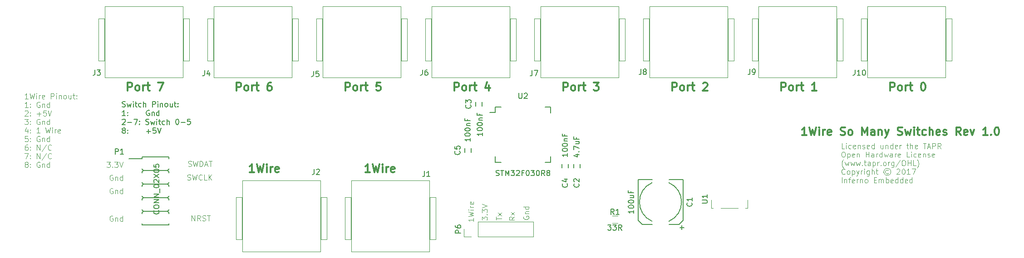
<source format=gto>
G04 #@! TF.FileFunction,Legend,Top*
%FSLAX46Y46*%
G04 Gerber Fmt 4.6, Leading zero omitted, Abs format (unit mm)*
G04 Created by KiCad (PCBNEW 4.0.4-stable) date 03/09/17 09:34:18*
%MOMM*%
%LPD*%
G01*
G04 APERTURE LIST*
%ADD10C,0.100000*%
%ADD11C,0.150000*%
%ADD12C,0.300000*%
%ADD13C,0.310000*%
%ADD14C,0.120000*%
G04 APERTURE END LIST*
D10*
D11*
X56705476Y-76034762D02*
X56848333Y-76082381D01*
X57086429Y-76082381D01*
X57181667Y-76034762D01*
X57229286Y-75987143D01*
X57276905Y-75891905D01*
X57276905Y-75796667D01*
X57229286Y-75701429D01*
X57181667Y-75653810D01*
X57086429Y-75606190D01*
X56895952Y-75558571D01*
X56800714Y-75510952D01*
X56753095Y-75463333D01*
X56705476Y-75368095D01*
X56705476Y-75272857D01*
X56753095Y-75177619D01*
X56800714Y-75130000D01*
X56895952Y-75082381D01*
X57134048Y-75082381D01*
X57276905Y-75130000D01*
X57610238Y-75415714D02*
X57800714Y-76082381D01*
X57991191Y-75606190D01*
X58181667Y-76082381D01*
X58372143Y-75415714D01*
X58753095Y-76082381D02*
X58753095Y-75415714D01*
X58753095Y-75082381D02*
X58705476Y-75130000D01*
X58753095Y-75177619D01*
X58800714Y-75130000D01*
X58753095Y-75082381D01*
X58753095Y-75177619D01*
X59086428Y-75415714D02*
X59467380Y-75415714D01*
X59229285Y-75082381D02*
X59229285Y-75939524D01*
X59276904Y-76034762D01*
X59372142Y-76082381D01*
X59467380Y-76082381D01*
X60229286Y-76034762D02*
X60134048Y-76082381D01*
X59943571Y-76082381D01*
X59848333Y-76034762D01*
X59800714Y-75987143D01*
X59753095Y-75891905D01*
X59753095Y-75606190D01*
X59800714Y-75510952D01*
X59848333Y-75463333D01*
X59943571Y-75415714D01*
X60134048Y-75415714D01*
X60229286Y-75463333D01*
X60657857Y-76082381D02*
X60657857Y-75082381D01*
X61086429Y-76082381D02*
X61086429Y-75558571D01*
X61038810Y-75463333D01*
X60943572Y-75415714D01*
X60800714Y-75415714D01*
X60705476Y-75463333D01*
X60657857Y-75510952D01*
X62324524Y-76082381D02*
X62324524Y-75082381D01*
X62705477Y-75082381D01*
X62800715Y-75130000D01*
X62848334Y-75177619D01*
X62895953Y-75272857D01*
X62895953Y-75415714D01*
X62848334Y-75510952D01*
X62800715Y-75558571D01*
X62705477Y-75606190D01*
X62324524Y-75606190D01*
X63324524Y-76082381D02*
X63324524Y-75415714D01*
X63324524Y-75082381D02*
X63276905Y-75130000D01*
X63324524Y-75177619D01*
X63372143Y-75130000D01*
X63324524Y-75082381D01*
X63324524Y-75177619D01*
X63800714Y-75415714D02*
X63800714Y-76082381D01*
X63800714Y-75510952D02*
X63848333Y-75463333D01*
X63943571Y-75415714D01*
X64086429Y-75415714D01*
X64181667Y-75463333D01*
X64229286Y-75558571D01*
X64229286Y-76082381D01*
X64848333Y-76082381D02*
X64753095Y-76034762D01*
X64705476Y-75987143D01*
X64657857Y-75891905D01*
X64657857Y-75606190D01*
X64705476Y-75510952D01*
X64753095Y-75463333D01*
X64848333Y-75415714D01*
X64991191Y-75415714D01*
X65086429Y-75463333D01*
X65134048Y-75510952D01*
X65181667Y-75606190D01*
X65181667Y-75891905D01*
X65134048Y-75987143D01*
X65086429Y-76034762D01*
X64991191Y-76082381D01*
X64848333Y-76082381D01*
X66038810Y-75415714D02*
X66038810Y-76082381D01*
X65610238Y-75415714D02*
X65610238Y-75939524D01*
X65657857Y-76034762D01*
X65753095Y-76082381D01*
X65895953Y-76082381D01*
X65991191Y-76034762D01*
X66038810Y-75987143D01*
X66372143Y-75415714D02*
X66753095Y-75415714D01*
X66515000Y-75082381D02*
X66515000Y-75939524D01*
X66562619Y-76034762D01*
X66657857Y-76082381D01*
X66753095Y-76082381D01*
X67086429Y-75987143D02*
X67134048Y-76034762D01*
X67086429Y-76082381D01*
X67038810Y-76034762D01*
X67086429Y-75987143D01*
X67086429Y-76082381D01*
X67086429Y-75463333D02*
X67134048Y-75510952D01*
X67086429Y-75558571D01*
X67038810Y-75510952D01*
X67086429Y-75463333D01*
X67086429Y-75558571D01*
X57276905Y-77732381D02*
X56705476Y-77732381D01*
X56991190Y-77732381D02*
X56991190Y-76732381D01*
X56895952Y-76875238D01*
X56800714Y-76970476D01*
X56705476Y-77018095D01*
X57705476Y-77637143D02*
X57753095Y-77684762D01*
X57705476Y-77732381D01*
X57657857Y-77684762D01*
X57705476Y-77637143D01*
X57705476Y-77732381D01*
X57705476Y-77113333D02*
X57753095Y-77160952D01*
X57705476Y-77208571D01*
X57657857Y-77160952D01*
X57705476Y-77113333D01*
X57705476Y-77208571D01*
X61753096Y-76780000D02*
X61657858Y-76732381D01*
X61515001Y-76732381D01*
X61372143Y-76780000D01*
X61276905Y-76875238D01*
X61229286Y-76970476D01*
X61181667Y-77160952D01*
X61181667Y-77303810D01*
X61229286Y-77494286D01*
X61276905Y-77589524D01*
X61372143Y-77684762D01*
X61515001Y-77732381D01*
X61610239Y-77732381D01*
X61753096Y-77684762D01*
X61800715Y-77637143D01*
X61800715Y-77303810D01*
X61610239Y-77303810D01*
X62229286Y-77065714D02*
X62229286Y-77732381D01*
X62229286Y-77160952D02*
X62276905Y-77113333D01*
X62372143Y-77065714D01*
X62515001Y-77065714D01*
X62610239Y-77113333D01*
X62657858Y-77208571D01*
X62657858Y-77732381D01*
X63562620Y-77732381D02*
X63562620Y-76732381D01*
X63562620Y-77684762D02*
X63467382Y-77732381D01*
X63276905Y-77732381D01*
X63181667Y-77684762D01*
X63134048Y-77637143D01*
X63086429Y-77541905D01*
X63086429Y-77256190D01*
X63134048Y-77160952D01*
X63181667Y-77113333D01*
X63276905Y-77065714D01*
X63467382Y-77065714D01*
X63562620Y-77113333D01*
X56705476Y-78477619D02*
X56753095Y-78430000D01*
X56848333Y-78382381D01*
X57086429Y-78382381D01*
X57181667Y-78430000D01*
X57229286Y-78477619D01*
X57276905Y-78572857D01*
X57276905Y-78668095D01*
X57229286Y-78810952D01*
X56657857Y-79382381D01*
X57276905Y-79382381D01*
X57705476Y-79001429D02*
X58467381Y-79001429D01*
X58848333Y-78382381D02*
X59515000Y-78382381D01*
X59086428Y-79382381D01*
X59895952Y-79287143D02*
X59943571Y-79334762D01*
X59895952Y-79382381D01*
X59848333Y-79334762D01*
X59895952Y-79287143D01*
X59895952Y-79382381D01*
X59895952Y-78763333D02*
X59943571Y-78810952D01*
X59895952Y-78858571D01*
X59848333Y-78810952D01*
X59895952Y-78763333D01*
X59895952Y-78858571D01*
X61086428Y-79334762D02*
X61229285Y-79382381D01*
X61467381Y-79382381D01*
X61562619Y-79334762D01*
X61610238Y-79287143D01*
X61657857Y-79191905D01*
X61657857Y-79096667D01*
X61610238Y-79001429D01*
X61562619Y-78953810D01*
X61467381Y-78906190D01*
X61276904Y-78858571D01*
X61181666Y-78810952D01*
X61134047Y-78763333D01*
X61086428Y-78668095D01*
X61086428Y-78572857D01*
X61134047Y-78477619D01*
X61181666Y-78430000D01*
X61276904Y-78382381D01*
X61515000Y-78382381D01*
X61657857Y-78430000D01*
X61991190Y-78715714D02*
X62181666Y-79382381D01*
X62372143Y-78906190D01*
X62562619Y-79382381D01*
X62753095Y-78715714D01*
X63134047Y-79382381D02*
X63134047Y-78715714D01*
X63134047Y-78382381D02*
X63086428Y-78430000D01*
X63134047Y-78477619D01*
X63181666Y-78430000D01*
X63134047Y-78382381D01*
X63134047Y-78477619D01*
X63467380Y-78715714D02*
X63848332Y-78715714D01*
X63610237Y-78382381D02*
X63610237Y-79239524D01*
X63657856Y-79334762D01*
X63753094Y-79382381D01*
X63848332Y-79382381D01*
X64610238Y-79334762D02*
X64515000Y-79382381D01*
X64324523Y-79382381D01*
X64229285Y-79334762D01*
X64181666Y-79287143D01*
X64134047Y-79191905D01*
X64134047Y-78906190D01*
X64181666Y-78810952D01*
X64229285Y-78763333D01*
X64324523Y-78715714D01*
X64515000Y-78715714D01*
X64610238Y-78763333D01*
X65038809Y-79382381D02*
X65038809Y-78382381D01*
X65467381Y-79382381D02*
X65467381Y-78858571D01*
X65419762Y-78763333D01*
X65324524Y-78715714D01*
X65181666Y-78715714D01*
X65086428Y-78763333D01*
X65038809Y-78810952D01*
X66895952Y-78382381D02*
X66991191Y-78382381D01*
X67086429Y-78430000D01*
X67134048Y-78477619D01*
X67181667Y-78572857D01*
X67229286Y-78763333D01*
X67229286Y-79001429D01*
X67181667Y-79191905D01*
X67134048Y-79287143D01*
X67086429Y-79334762D01*
X66991191Y-79382381D01*
X66895952Y-79382381D01*
X66800714Y-79334762D01*
X66753095Y-79287143D01*
X66705476Y-79191905D01*
X66657857Y-79001429D01*
X66657857Y-78763333D01*
X66705476Y-78572857D01*
X66753095Y-78477619D01*
X66800714Y-78430000D01*
X66895952Y-78382381D01*
X67657857Y-79001429D02*
X68419762Y-79001429D01*
X69372143Y-78382381D02*
X68895952Y-78382381D01*
X68848333Y-78858571D01*
X68895952Y-78810952D01*
X68991190Y-78763333D01*
X69229286Y-78763333D01*
X69324524Y-78810952D01*
X69372143Y-78858571D01*
X69419762Y-78953810D01*
X69419762Y-79191905D01*
X69372143Y-79287143D01*
X69324524Y-79334762D01*
X69229286Y-79382381D01*
X68991190Y-79382381D01*
X68895952Y-79334762D01*
X68848333Y-79287143D01*
X56895952Y-80460952D02*
X56800714Y-80413333D01*
X56753095Y-80365714D01*
X56705476Y-80270476D01*
X56705476Y-80222857D01*
X56753095Y-80127619D01*
X56800714Y-80080000D01*
X56895952Y-80032381D01*
X57086429Y-80032381D01*
X57181667Y-80080000D01*
X57229286Y-80127619D01*
X57276905Y-80222857D01*
X57276905Y-80270476D01*
X57229286Y-80365714D01*
X57181667Y-80413333D01*
X57086429Y-80460952D01*
X56895952Y-80460952D01*
X56800714Y-80508571D01*
X56753095Y-80556190D01*
X56705476Y-80651429D01*
X56705476Y-80841905D01*
X56753095Y-80937143D01*
X56800714Y-80984762D01*
X56895952Y-81032381D01*
X57086429Y-81032381D01*
X57181667Y-80984762D01*
X57229286Y-80937143D01*
X57276905Y-80841905D01*
X57276905Y-80651429D01*
X57229286Y-80556190D01*
X57181667Y-80508571D01*
X57086429Y-80460952D01*
X57705476Y-80937143D02*
X57753095Y-80984762D01*
X57705476Y-81032381D01*
X57657857Y-80984762D01*
X57705476Y-80937143D01*
X57705476Y-81032381D01*
X57705476Y-80413333D02*
X57753095Y-80460952D01*
X57705476Y-80508571D01*
X57657857Y-80460952D01*
X57705476Y-80413333D01*
X57705476Y-80508571D01*
X61229286Y-80651429D02*
X61991191Y-80651429D01*
X61610239Y-81032381D02*
X61610239Y-80270476D01*
X62943572Y-80032381D02*
X62467381Y-80032381D01*
X62419762Y-80508571D01*
X62467381Y-80460952D01*
X62562619Y-80413333D01*
X62800715Y-80413333D01*
X62895953Y-80460952D01*
X62943572Y-80508571D01*
X62991191Y-80603810D01*
X62991191Y-80841905D01*
X62943572Y-80937143D01*
X62895953Y-80984762D01*
X62800715Y-81032381D01*
X62562619Y-81032381D01*
X62467381Y-80984762D01*
X62419762Y-80937143D01*
X63276905Y-80032381D02*
X63610238Y-81032381D01*
X63943572Y-80032381D01*
D12*
X102882143Y-88308571D02*
X102025000Y-88308571D01*
X102453572Y-88308571D02*
X102453572Y-86808571D01*
X102310715Y-87022857D01*
X102167857Y-87165714D01*
X102025000Y-87237143D01*
X103382143Y-86808571D02*
X103739286Y-88308571D01*
X104025000Y-87237143D01*
X104310714Y-88308571D01*
X104667857Y-86808571D01*
X105239286Y-88308571D02*
X105239286Y-87308571D01*
X105239286Y-86808571D02*
X105167857Y-86880000D01*
X105239286Y-86951429D01*
X105310714Y-86880000D01*
X105239286Y-86808571D01*
X105239286Y-86951429D01*
X105953572Y-88308571D02*
X105953572Y-87308571D01*
X105953572Y-87594286D02*
X106025000Y-87451429D01*
X106096429Y-87380000D01*
X106239286Y-87308571D01*
X106382143Y-87308571D01*
X107453571Y-88237143D02*
X107310714Y-88308571D01*
X107025000Y-88308571D01*
X106882143Y-88237143D01*
X106810714Y-88094286D01*
X106810714Y-87522857D01*
X106882143Y-87380000D01*
X107025000Y-87308571D01*
X107310714Y-87308571D01*
X107453571Y-87380000D01*
X107525000Y-87522857D01*
X107525000Y-87665714D01*
X106810714Y-87808571D01*
X81292143Y-88308571D02*
X80435000Y-88308571D01*
X80863572Y-88308571D02*
X80863572Y-86808571D01*
X80720715Y-87022857D01*
X80577857Y-87165714D01*
X80435000Y-87237143D01*
X81792143Y-86808571D02*
X82149286Y-88308571D01*
X82435000Y-87237143D01*
X82720714Y-88308571D01*
X83077857Y-86808571D01*
X83649286Y-88308571D02*
X83649286Y-87308571D01*
X83649286Y-86808571D02*
X83577857Y-86880000D01*
X83649286Y-86951429D01*
X83720714Y-86880000D01*
X83649286Y-86808571D01*
X83649286Y-86951429D01*
X84363572Y-88308571D02*
X84363572Y-87308571D01*
X84363572Y-87594286D02*
X84435000Y-87451429D01*
X84506429Y-87380000D01*
X84649286Y-87308571D01*
X84792143Y-87308571D01*
X85863571Y-88237143D02*
X85720714Y-88308571D01*
X85435000Y-88308571D01*
X85292143Y-88237143D01*
X85220714Y-88094286D01*
X85220714Y-87522857D01*
X85292143Y-87380000D01*
X85435000Y-87308571D01*
X85720714Y-87308571D01*
X85863571Y-87380000D01*
X85935000Y-87522857D01*
X85935000Y-87665714D01*
X85220714Y-87808571D01*
X199950001Y-73068571D02*
X199950001Y-71568571D01*
X200521429Y-71568571D01*
X200664287Y-71640000D01*
X200735715Y-71711429D01*
X200807144Y-71854286D01*
X200807144Y-72068571D01*
X200735715Y-72211429D01*
X200664287Y-72282857D01*
X200521429Y-72354286D01*
X199950001Y-72354286D01*
X201664287Y-73068571D02*
X201521429Y-72997143D01*
X201450001Y-72925714D01*
X201378572Y-72782857D01*
X201378572Y-72354286D01*
X201450001Y-72211429D01*
X201521429Y-72140000D01*
X201664287Y-72068571D01*
X201878572Y-72068571D01*
X202021429Y-72140000D01*
X202092858Y-72211429D01*
X202164287Y-72354286D01*
X202164287Y-72782857D01*
X202092858Y-72925714D01*
X202021429Y-72997143D01*
X201878572Y-73068571D01*
X201664287Y-73068571D01*
X202807144Y-73068571D02*
X202807144Y-72068571D01*
X202807144Y-72354286D02*
X202878572Y-72211429D01*
X202950001Y-72140000D01*
X203092858Y-72068571D01*
X203235715Y-72068571D01*
X203521429Y-72068571D02*
X204092858Y-72068571D01*
X203735715Y-71568571D02*
X203735715Y-72854286D01*
X203807143Y-72997143D01*
X203950001Y-73068571D01*
X204092858Y-73068571D01*
X206021429Y-71568571D02*
X206164286Y-71568571D01*
X206307143Y-71640000D01*
X206378572Y-71711429D01*
X206450001Y-71854286D01*
X206521429Y-72140000D01*
X206521429Y-72497143D01*
X206450001Y-72782857D01*
X206378572Y-72925714D01*
X206307143Y-72997143D01*
X206164286Y-73068571D01*
X206021429Y-73068571D01*
X205878572Y-72997143D01*
X205807143Y-72925714D01*
X205735715Y-72782857D01*
X205664286Y-72497143D01*
X205664286Y-72140000D01*
X205735715Y-71854286D01*
X205807143Y-71711429D01*
X205878572Y-71640000D01*
X206021429Y-71568571D01*
X179630001Y-73068571D02*
X179630001Y-71568571D01*
X180201429Y-71568571D01*
X180344287Y-71640000D01*
X180415715Y-71711429D01*
X180487144Y-71854286D01*
X180487144Y-72068571D01*
X180415715Y-72211429D01*
X180344287Y-72282857D01*
X180201429Y-72354286D01*
X179630001Y-72354286D01*
X181344287Y-73068571D02*
X181201429Y-72997143D01*
X181130001Y-72925714D01*
X181058572Y-72782857D01*
X181058572Y-72354286D01*
X181130001Y-72211429D01*
X181201429Y-72140000D01*
X181344287Y-72068571D01*
X181558572Y-72068571D01*
X181701429Y-72140000D01*
X181772858Y-72211429D01*
X181844287Y-72354286D01*
X181844287Y-72782857D01*
X181772858Y-72925714D01*
X181701429Y-72997143D01*
X181558572Y-73068571D01*
X181344287Y-73068571D01*
X182487144Y-73068571D02*
X182487144Y-72068571D01*
X182487144Y-72354286D02*
X182558572Y-72211429D01*
X182630001Y-72140000D01*
X182772858Y-72068571D01*
X182915715Y-72068571D01*
X183201429Y-72068571D02*
X183772858Y-72068571D01*
X183415715Y-71568571D02*
X183415715Y-72854286D01*
X183487143Y-72997143D01*
X183630001Y-73068571D01*
X183772858Y-73068571D01*
X186201429Y-73068571D02*
X185344286Y-73068571D01*
X185772858Y-73068571D02*
X185772858Y-71568571D01*
X185630001Y-71782857D01*
X185487143Y-71925714D01*
X185344286Y-71997143D01*
X159310001Y-73068571D02*
X159310001Y-71568571D01*
X159881429Y-71568571D01*
X160024287Y-71640000D01*
X160095715Y-71711429D01*
X160167144Y-71854286D01*
X160167144Y-72068571D01*
X160095715Y-72211429D01*
X160024287Y-72282857D01*
X159881429Y-72354286D01*
X159310001Y-72354286D01*
X161024287Y-73068571D02*
X160881429Y-72997143D01*
X160810001Y-72925714D01*
X160738572Y-72782857D01*
X160738572Y-72354286D01*
X160810001Y-72211429D01*
X160881429Y-72140000D01*
X161024287Y-72068571D01*
X161238572Y-72068571D01*
X161381429Y-72140000D01*
X161452858Y-72211429D01*
X161524287Y-72354286D01*
X161524287Y-72782857D01*
X161452858Y-72925714D01*
X161381429Y-72997143D01*
X161238572Y-73068571D01*
X161024287Y-73068571D01*
X162167144Y-73068571D02*
X162167144Y-72068571D01*
X162167144Y-72354286D02*
X162238572Y-72211429D01*
X162310001Y-72140000D01*
X162452858Y-72068571D01*
X162595715Y-72068571D01*
X162881429Y-72068571D02*
X163452858Y-72068571D01*
X163095715Y-71568571D02*
X163095715Y-72854286D01*
X163167143Y-72997143D01*
X163310001Y-73068571D01*
X163452858Y-73068571D01*
X165024286Y-71711429D02*
X165095715Y-71640000D01*
X165238572Y-71568571D01*
X165595715Y-71568571D01*
X165738572Y-71640000D01*
X165810001Y-71711429D01*
X165881429Y-71854286D01*
X165881429Y-71997143D01*
X165810001Y-72211429D01*
X164952858Y-73068571D01*
X165881429Y-73068571D01*
X138990001Y-73068571D02*
X138990001Y-71568571D01*
X139561429Y-71568571D01*
X139704287Y-71640000D01*
X139775715Y-71711429D01*
X139847144Y-71854286D01*
X139847144Y-72068571D01*
X139775715Y-72211429D01*
X139704287Y-72282857D01*
X139561429Y-72354286D01*
X138990001Y-72354286D01*
X140704287Y-73068571D02*
X140561429Y-72997143D01*
X140490001Y-72925714D01*
X140418572Y-72782857D01*
X140418572Y-72354286D01*
X140490001Y-72211429D01*
X140561429Y-72140000D01*
X140704287Y-72068571D01*
X140918572Y-72068571D01*
X141061429Y-72140000D01*
X141132858Y-72211429D01*
X141204287Y-72354286D01*
X141204287Y-72782857D01*
X141132858Y-72925714D01*
X141061429Y-72997143D01*
X140918572Y-73068571D01*
X140704287Y-73068571D01*
X141847144Y-73068571D02*
X141847144Y-72068571D01*
X141847144Y-72354286D02*
X141918572Y-72211429D01*
X141990001Y-72140000D01*
X142132858Y-72068571D01*
X142275715Y-72068571D01*
X142561429Y-72068571D02*
X143132858Y-72068571D01*
X142775715Y-71568571D02*
X142775715Y-72854286D01*
X142847143Y-72997143D01*
X142990001Y-73068571D01*
X143132858Y-73068571D01*
X144632858Y-71568571D02*
X145561429Y-71568571D01*
X145061429Y-72140000D01*
X145275715Y-72140000D01*
X145418572Y-72211429D01*
X145490001Y-72282857D01*
X145561429Y-72425714D01*
X145561429Y-72782857D01*
X145490001Y-72925714D01*
X145418572Y-72997143D01*
X145275715Y-73068571D01*
X144847143Y-73068571D01*
X144704286Y-72997143D01*
X144632858Y-72925714D01*
X118670001Y-73068571D02*
X118670001Y-71568571D01*
X119241429Y-71568571D01*
X119384287Y-71640000D01*
X119455715Y-71711429D01*
X119527144Y-71854286D01*
X119527144Y-72068571D01*
X119455715Y-72211429D01*
X119384287Y-72282857D01*
X119241429Y-72354286D01*
X118670001Y-72354286D01*
X120384287Y-73068571D02*
X120241429Y-72997143D01*
X120170001Y-72925714D01*
X120098572Y-72782857D01*
X120098572Y-72354286D01*
X120170001Y-72211429D01*
X120241429Y-72140000D01*
X120384287Y-72068571D01*
X120598572Y-72068571D01*
X120741429Y-72140000D01*
X120812858Y-72211429D01*
X120884287Y-72354286D01*
X120884287Y-72782857D01*
X120812858Y-72925714D01*
X120741429Y-72997143D01*
X120598572Y-73068571D01*
X120384287Y-73068571D01*
X121527144Y-73068571D02*
X121527144Y-72068571D01*
X121527144Y-72354286D02*
X121598572Y-72211429D01*
X121670001Y-72140000D01*
X121812858Y-72068571D01*
X121955715Y-72068571D01*
X122241429Y-72068571D02*
X122812858Y-72068571D01*
X122455715Y-71568571D02*
X122455715Y-72854286D01*
X122527143Y-72997143D01*
X122670001Y-73068571D01*
X122812858Y-73068571D01*
X125098572Y-72068571D02*
X125098572Y-73068571D01*
X124741429Y-71497143D02*
X124384286Y-72568571D01*
X125312858Y-72568571D01*
X98350001Y-73068571D02*
X98350001Y-71568571D01*
X98921429Y-71568571D01*
X99064287Y-71640000D01*
X99135715Y-71711429D01*
X99207144Y-71854286D01*
X99207144Y-72068571D01*
X99135715Y-72211429D01*
X99064287Y-72282857D01*
X98921429Y-72354286D01*
X98350001Y-72354286D01*
X100064287Y-73068571D02*
X99921429Y-72997143D01*
X99850001Y-72925714D01*
X99778572Y-72782857D01*
X99778572Y-72354286D01*
X99850001Y-72211429D01*
X99921429Y-72140000D01*
X100064287Y-72068571D01*
X100278572Y-72068571D01*
X100421429Y-72140000D01*
X100492858Y-72211429D01*
X100564287Y-72354286D01*
X100564287Y-72782857D01*
X100492858Y-72925714D01*
X100421429Y-72997143D01*
X100278572Y-73068571D01*
X100064287Y-73068571D01*
X101207144Y-73068571D02*
X101207144Y-72068571D01*
X101207144Y-72354286D02*
X101278572Y-72211429D01*
X101350001Y-72140000D01*
X101492858Y-72068571D01*
X101635715Y-72068571D01*
X101921429Y-72068571D02*
X102492858Y-72068571D01*
X102135715Y-71568571D02*
X102135715Y-72854286D01*
X102207143Y-72997143D01*
X102350001Y-73068571D01*
X102492858Y-73068571D01*
X104850001Y-71568571D02*
X104135715Y-71568571D01*
X104064286Y-72282857D01*
X104135715Y-72211429D01*
X104278572Y-72140000D01*
X104635715Y-72140000D01*
X104778572Y-72211429D01*
X104850001Y-72282857D01*
X104921429Y-72425714D01*
X104921429Y-72782857D01*
X104850001Y-72925714D01*
X104778572Y-72997143D01*
X104635715Y-73068571D01*
X104278572Y-73068571D01*
X104135715Y-72997143D01*
X104064286Y-72925714D01*
X78030001Y-73068571D02*
X78030001Y-71568571D01*
X78601429Y-71568571D01*
X78744287Y-71640000D01*
X78815715Y-71711429D01*
X78887144Y-71854286D01*
X78887144Y-72068571D01*
X78815715Y-72211429D01*
X78744287Y-72282857D01*
X78601429Y-72354286D01*
X78030001Y-72354286D01*
X79744287Y-73068571D02*
X79601429Y-72997143D01*
X79530001Y-72925714D01*
X79458572Y-72782857D01*
X79458572Y-72354286D01*
X79530001Y-72211429D01*
X79601429Y-72140000D01*
X79744287Y-72068571D01*
X79958572Y-72068571D01*
X80101429Y-72140000D01*
X80172858Y-72211429D01*
X80244287Y-72354286D01*
X80244287Y-72782857D01*
X80172858Y-72925714D01*
X80101429Y-72997143D01*
X79958572Y-73068571D01*
X79744287Y-73068571D01*
X80887144Y-73068571D02*
X80887144Y-72068571D01*
X80887144Y-72354286D02*
X80958572Y-72211429D01*
X81030001Y-72140000D01*
X81172858Y-72068571D01*
X81315715Y-72068571D01*
X81601429Y-72068571D02*
X82172858Y-72068571D01*
X81815715Y-71568571D02*
X81815715Y-72854286D01*
X81887143Y-72997143D01*
X82030001Y-73068571D01*
X82172858Y-73068571D01*
X84458572Y-71568571D02*
X84172858Y-71568571D01*
X84030001Y-71640000D01*
X83958572Y-71711429D01*
X83815715Y-71925714D01*
X83744286Y-72211429D01*
X83744286Y-72782857D01*
X83815715Y-72925714D01*
X83887143Y-72997143D01*
X84030001Y-73068571D01*
X84315715Y-73068571D01*
X84458572Y-72997143D01*
X84530001Y-72925714D01*
X84601429Y-72782857D01*
X84601429Y-72425714D01*
X84530001Y-72282857D01*
X84458572Y-72211429D01*
X84315715Y-72140000D01*
X84030001Y-72140000D01*
X83887143Y-72211429D01*
X83815715Y-72282857D01*
X83744286Y-72425714D01*
X57710001Y-73068571D02*
X57710001Y-71568571D01*
X58281429Y-71568571D01*
X58424287Y-71640000D01*
X58495715Y-71711429D01*
X58567144Y-71854286D01*
X58567144Y-72068571D01*
X58495715Y-72211429D01*
X58424287Y-72282857D01*
X58281429Y-72354286D01*
X57710001Y-72354286D01*
X59424287Y-73068571D02*
X59281429Y-72997143D01*
X59210001Y-72925714D01*
X59138572Y-72782857D01*
X59138572Y-72354286D01*
X59210001Y-72211429D01*
X59281429Y-72140000D01*
X59424287Y-72068571D01*
X59638572Y-72068571D01*
X59781429Y-72140000D01*
X59852858Y-72211429D01*
X59924287Y-72354286D01*
X59924287Y-72782857D01*
X59852858Y-72925714D01*
X59781429Y-72997143D01*
X59638572Y-73068571D01*
X59424287Y-73068571D01*
X60567144Y-73068571D02*
X60567144Y-72068571D01*
X60567144Y-72354286D02*
X60638572Y-72211429D01*
X60710001Y-72140000D01*
X60852858Y-72068571D01*
X60995715Y-72068571D01*
X61281429Y-72068571D02*
X61852858Y-72068571D01*
X61495715Y-71568571D02*
X61495715Y-72854286D01*
X61567143Y-72997143D01*
X61710001Y-73068571D01*
X61852858Y-73068571D01*
X63352858Y-71568571D02*
X64352858Y-71568571D01*
X63710001Y-73068571D01*
D10*
X122245381Y-96892904D02*
X122245381Y-97464333D01*
X122245381Y-97178619D02*
X121245381Y-97178619D01*
X121388238Y-97273857D01*
X121483476Y-97369095D01*
X121531095Y-97464333D01*
X121245381Y-96559571D02*
X122245381Y-96321476D01*
X121531095Y-96130999D01*
X122245381Y-95940523D01*
X121245381Y-95702428D01*
X122245381Y-95321476D02*
X121578714Y-95321476D01*
X121245381Y-95321476D02*
X121293000Y-95369095D01*
X121340619Y-95321476D01*
X121293000Y-95273857D01*
X121245381Y-95321476D01*
X121340619Y-95321476D01*
X122245381Y-94845286D02*
X121578714Y-94845286D01*
X121769190Y-94845286D02*
X121673952Y-94797667D01*
X121626333Y-94750048D01*
X121578714Y-94654810D01*
X121578714Y-94559571D01*
X122197762Y-93845285D02*
X122245381Y-93940523D01*
X122245381Y-94131000D01*
X122197762Y-94226238D01*
X122102524Y-94273857D01*
X121721571Y-94273857D01*
X121626333Y-94226238D01*
X121578714Y-94131000D01*
X121578714Y-93940523D01*
X121626333Y-93845285D01*
X121721571Y-93797666D01*
X121816810Y-93797666D01*
X121912048Y-94273857D01*
X39115905Y-74570381D02*
X38544476Y-74570381D01*
X38830190Y-74570381D02*
X38830190Y-73570381D01*
X38734952Y-73713238D01*
X38639714Y-73808476D01*
X38544476Y-73856095D01*
X39449238Y-73570381D02*
X39687333Y-74570381D01*
X39877810Y-73856095D01*
X40068286Y-74570381D01*
X40306381Y-73570381D01*
X40687333Y-74570381D02*
X40687333Y-73903714D01*
X40687333Y-73570381D02*
X40639714Y-73618000D01*
X40687333Y-73665619D01*
X40734952Y-73618000D01*
X40687333Y-73570381D01*
X40687333Y-73665619D01*
X41163523Y-74570381D02*
X41163523Y-73903714D01*
X41163523Y-74094190D02*
X41211142Y-73998952D01*
X41258761Y-73951333D01*
X41353999Y-73903714D01*
X41449238Y-73903714D01*
X42163524Y-74522762D02*
X42068286Y-74570381D01*
X41877809Y-74570381D01*
X41782571Y-74522762D01*
X41734952Y-74427524D01*
X41734952Y-74046571D01*
X41782571Y-73951333D01*
X41877809Y-73903714D01*
X42068286Y-73903714D01*
X42163524Y-73951333D01*
X42211143Y-74046571D01*
X42211143Y-74141810D01*
X41734952Y-74237048D01*
X43401619Y-74570381D02*
X43401619Y-73570381D01*
X43782572Y-73570381D01*
X43877810Y-73618000D01*
X43925429Y-73665619D01*
X43973048Y-73760857D01*
X43973048Y-73903714D01*
X43925429Y-73998952D01*
X43877810Y-74046571D01*
X43782572Y-74094190D01*
X43401619Y-74094190D01*
X44401619Y-74570381D02*
X44401619Y-73903714D01*
X44401619Y-73570381D02*
X44354000Y-73618000D01*
X44401619Y-73665619D01*
X44449238Y-73618000D01*
X44401619Y-73570381D01*
X44401619Y-73665619D01*
X44877809Y-73903714D02*
X44877809Y-74570381D01*
X44877809Y-73998952D02*
X44925428Y-73951333D01*
X45020666Y-73903714D01*
X45163524Y-73903714D01*
X45258762Y-73951333D01*
X45306381Y-74046571D01*
X45306381Y-74570381D01*
X45925428Y-74570381D02*
X45830190Y-74522762D01*
X45782571Y-74475143D01*
X45734952Y-74379905D01*
X45734952Y-74094190D01*
X45782571Y-73998952D01*
X45830190Y-73951333D01*
X45925428Y-73903714D01*
X46068286Y-73903714D01*
X46163524Y-73951333D01*
X46211143Y-73998952D01*
X46258762Y-74094190D01*
X46258762Y-74379905D01*
X46211143Y-74475143D01*
X46163524Y-74522762D01*
X46068286Y-74570381D01*
X45925428Y-74570381D01*
X47115905Y-73903714D02*
X47115905Y-74570381D01*
X46687333Y-73903714D02*
X46687333Y-74427524D01*
X46734952Y-74522762D01*
X46830190Y-74570381D01*
X46973048Y-74570381D01*
X47068286Y-74522762D01*
X47115905Y-74475143D01*
X47449238Y-73903714D02*
X47830190Y-73903714D01*
X47592095Y-73570381D02*
X47592095Y-74427524D01*
X47639714Y-74522762D01*
X47734952Y-74570381D01*
X47830190Y-74570381D01*
X48163524Y-74475143D02*
X48211143Y-74522762D01*
X48163524Y-74570381D01*
X48115905Y-74522762D01*
X48163524Y-74475143D01*
X48163524Y-74570381D01*
X48163524Y-73951333D02*
X48211143Y-73998952D01*
X48163524Y-74046571D01*
X48115905Y-73998952D01*
X48163524Y-73951333D01*
X48163524Y-74046571D01*
X39115905Y-76170381D02*
X38544476Y-76170381D01*
X38830190Y-76170381D02*
X38830190Y-75170381D01*
X38734952Y-75313238D01*
X38639714Y-75408476D01*
X38544476Y-75456095D01*
X39544476Y-76075143D02*
X39592095Y-76122762D01*
X39544476Y-76170381D01*
X39496857Y-76122762D01*
X39544476Y-76075143D01*
X39544476Y-76170381D01*
X39544476Y-75551333D02*
X39592095Y-75598952D01*
X39544476Y-75646571D01*
X39496857Y-75598952D01*
X39544476Y-75551333D01*
X39544476Y-75646571D01*
X41306381Y-75218000D02*
X41211143Y-75170381D01*
X41068286Y-75170381D01*
X40925428Y-75218000D01*
X40830190Y-75313238D01*
X40782571Y-75408476D01*
X40734952Y-75598952D01*
X40734952Y-75741810D01*
X40782571Y-75932286D01*
X40830190Y-76027524D01*
X40925428Y-76122762D01*
X41068286Y-76170381D01*
X41163524Y-76170381D01*
X41306381Y-76122762D01*
X41354000Y-76075143D01*
X41354000Y-75741810D01*
X41163524Y-75741810D01*
X41782571Y-75503714D02*
X41782571Y-76170381D01*
X41782571Y-75598952D02*
X41830190Y-75551333D01*
X41925428Y-75503714D01*
X42068286Y-75503714D01*
X42163524Y-75551333D01*
X42211143Y-75646571D01*
X42211143Y-76170381D01*
X43115905Y-76170381D02*
X43115905Y-75170381D01*
X43115905Y-76122762D02*
X43020667Y-76170381D01*
X42830190Y-76170381D01*
X42734952Y-76122762D01*
X42687333Y-76075143D01*
X42639714Y-75979905D01*
X42639714Y-75694190D01*
X42687333Y-75598952D01*
X42734952Y-75551333D01*
X42830190Y-75503714D01*
X43020667Y-75503714D01*
X43115905Y-75551333D01*
X38544476Y-76865619D02*
X38592095Y-76818000D01*
X38687333Y-76770381D01*
X38925429Y-76770381D01*
X39020667Y-76818000D01*
X39068286Y-76865619D01*
X39115905Y-76960857D01*
X39115905Y-77056095D01*
X39068286Y-77198952D01*
X38496857Y-77770381D01*
X39115905Y-77770381D01*
X39544476Y-77675143D02*
X39592095Y-77722762D01*
X39544476Y-77770381D01*
X39496857Y-77722762D01*
X39544476Y-77675143D01*
X39544476Y-77770381D01*
X39544476Y-77151333D02*
X39592095Y-77198952D01*
X39544476Y-77246571D01*
X39496857Y-77198952D01*
X39544476Y-77151333D01*
X39544476Y-77246571D01*
X40782571Y-77389429D02*
X41544476Y-77389429D01*
X41163524Y-77770381D02*
X41163524Y-77008476D01*
X42496857Y-76770381D02*
X42020666Y-76770381D01*
X41973047Y-77246571D01*
X42020666Y-77198952D01*
X42115904Y-77151333D01*
X42354000Y-77151333D01*
X42449238Y-77198952D01*
X42496857Y-77246571D01*
X42544476Y-77341810D01*
X42544476Y-77579905D01*
X42496857Y-77675143D01*
X42449238Y-77722762D01*
X42354000Y-77770381D01*
X42115904Y-77770381D01*
X42020666Y-77722762D01*
X41973047Y-77675143D01*
X42830190Y-76770381D02*
X43163523Y-77770381D01*
X43496857Y-76770381D01*
X38496857Y-78370381D02*
X39115905Y-78370381D01*
X38782571Y-78751333D01*
X38925429Y-78751333D01*
X39020667Y-78798952D01*
X39068286Y-78846571D01*
X39115905Y-78941810D01*
X39115905Y-79179905D01*
X39068286Y-79275143D01*
X39020667Y-79322762D01*
X38925429Y-79370381D01*
X38639714Y-79370381D01*
X38544476Y-79322762D01*
X38496857Y-79275143D01*
X39544476Y-79275143D02*
X39592095Y-79322762D01*
X39544476Y-79370381D01*
X39496857Y-79322762D01*
X39544476Y-79275143D01*
X39544476Y-79370381D01*
X39544476Y-78751333D02*
X39592095Y-78798952D01*
X39544476Y-78846571D01*
X39496857Y-78798952D01*
X39544476Y-78751333D01*
X39544476Y-78846571D01*
X41306381Y-78418000D02*
X41211143Y-78370381D01*
X41068286Y-78370381D01*
X40925428Y-78418000D01*
X40830190Y-78513238D01*
X40782571Y-78608476D01*
X40734952Y-78798952D01*
X40734952Y-78941810D01*
X40782571Y-79132286D01*
X40830190Y-79227524D01*
X40925428Y-79322762D01*
X41068286Y-79370381D01*
X41163524Y-79370381D01*
X41306381Y-79322762D01*
X41354000Y-79275143D01*
X41354000Y-78941810D01*
X41163524Y-78941810D01*
X41782571Y-78703714D02*
X41782571Y-79370381D01*
X41782571Y-78798952D02*
X41830190Y-78751333D01*
X41925428Y-78703714D01*
X42068286Y-78703714D01*
X42163524Y-78751333D01*
X42211143Y-78846571D01*
X42211143Y-79370381D01*
X43115905Y-79370381D02*
X43115905Y-78370381D01*
X43115905Y-79322762D02*
X43020667Y-79370381D01*
X42830190Y-79370381D01*
X42734952Y-79322762D01*
X42687333Y-79275143D01*
X42639714Y-79179905D01*
X42639714Y-78894190D01*
X42687333Y-78798952D01*
X42734952Y-78751333D01*
X42830190Y-78703714D01*
X43020667Y-78703714D01*
X43115905Y-78751333D01*
X39020667Y-80303714D02*
X39020667Y-80970381D01*
X38782571Y-79922762D02*
X38544476Y-80637048D01*
X39163524Y-80637048D01*
X39544476Y-80875143D02*
X39592095Y-80922762D01*
X39544476Y-80970381D01*
X39496857Y-80922762D01*
X39544476Y-80875143D01*
X39544476Y-80970381D01*
X39544476Y-80351333D02*
X39592095Y-80398952D01*
X39544476Y-80446571D01*
X39496857Y-80398952D01*
X39544476Y-80351333D01*
X39544476Y-80446571D01*
X41306381Y-80970381D02*
X40734952Y-80970381D01*
X41020666Y-80970381D02*
X41020666Y-79970381D01*
X40925428Y-80113238D01*
X40830190Y-80208476D01*
X40734952Y-80256095D01*
X42401619Y-79970381D02*
X42639714Y-80970381D01*
X42830191Y-80256095D01*
X43020667Y-80970381D01*
X43258762Y-79970381D01*
X43639714Y-80970381D02*
X43639714Y-80303714D01*
X43639714Y-79970381D02*
X43592095Y-80018000D01*
X43639714Y-80065619D01*
X43687333Y-80018000D01*
X43639714Y-79970381D01*
X43639714Y-80065619D01*
X44115904Y-80970381D02*
X44115904Y-80303714D01*
X44115904Y-80494190D02*
X44163523Y-80398952D01*
X44211142Y-80351333D01*
X44306380Y-80303714D01*
X44401619Y-80303714D01*
X45115905Y-80922762D02*
X45020667Y-80970381D01*
X44830190Y-80970381D01*
X44734952Y-80922762D01*
X44687333Y-80827524D01*
X44687333Y-80446571D01*
X44734952Y-80351333D01*
X44830190Y-80303714D01*
X45020667Y-80303714D01*
X45115905Y-80351333D01*
X45163524Y-80446571D01*
X45163524Y-80541810D01*
X44687333Y-80637048D01*
X39068286Y-81570381D02*
X38592095Y-81570381D01*
X38544476Y-82046571D01*
X38592095Y-81998952D01*
X38687333Y-81951333D01*
X38925429Y-81951333D01*
X39020667Y-81998952D01*
X39068286Y-82046571D01*
X39115905Y-82141810D01*
X39115905Y-82379905D01*
X39068286Y-82475143D01*
X39020667Y-82522762D01*
X38925429Y-82570381D01*
X38687333Y-82570381D01*
X38592095Y-82522762D01*
X38544476Y-82475143D01*
X39544476Y-82475143D02*
X39592095Y-82522762D01*
X39544476Y-82570381D01*
X39496857Y-82522762D01*
X39544476Y-82475143D01*
X39544476Y-82570381D01*
X39544476Y-81951333D02*
X39592095Y-81998952D01*
X39544476Y-82046571D01*
X39496857Y-81998952D01*
X39544476Y-81951333D01*
X39544476Y-82046571D01*
X41306381Y-81618000D02*
X41211143Y-81570381D01*
X41068286Y-81570381D01*
X40925428Y-81618000D01*
X40830190Y-81713238D01*
X40782571Y-81808476D01*
X40734952Y-81998952D01*
X40734952Y-82141810D01*
X40782571Y-82332286D01*
X40830190Y-82427524D01*
X40925428Y-82522762D01*
X41068286Y-82570381D01*
X41163524Y-82570381D01*
X41306381Y-82522762D01*
X41354000Y-82475143D01*
X41354000Y-82141810D01*
X41163524Y-82141810D01*
X41782571Y-81903714D02*
X41782571Y-82570381D01*
X41782571Y-81998952D02*
X41830190Y-81951333D01*
X41925428Y-81903714D01*
X42068286Y-81903714D01*
X42163524Y-81951333D01*
X42211143Y-82046571D01*
X42211143Y-82570381D01*
X43115905Y-82570381D02*
X43115905Y-81570381D01*
X43115905Y-82522762D02*
X43020667Y-82570381D01*
X42830190Y-82570381D01*
X42734952Y-82522762D01*
X42687333Y-82475143D01*
X42639714Y-82379905D01*
X42639714Y-82094190D01*
X42687333Y-81998952D01*
X42734952Y-81951333D01*
X42830190Y-81903714D01*
X43020667Y-81903714D01*
X43115905Y-81951333D01*
X39020667Y-83170381D02*
X38830190Y-83170381D01*
X38734952Y-83218000D01*
X38687333Y-83265619D01*
X38592095Y-83408476D01*
X38544476Y-83598952D01*
X38544476Y-83979905D01*
X38592095Y-84075143D01*
X38639714Y-84122762D01*
X38734952Y-84170381D01*
X38925429Y-84170381D01*
X39020667Y-84122762D01*
X39068286Y-84075143D01*
X39115905Y-83979905D01*
X39115905Y-83741810D01*
X39068286Y-83646571D01*
X39020667Y-83598952D01*
X38925429Y-83551333D01*
X38734952Y-83551333D01*
X38639714Y-83598952D01*
X38592095Y-83646571D01*
X38544476Y-83741810D01*
X39544476Y-84075143D02*
X39592095Y-84122762D01*
X39544476Y-84170381D01*
X39496857Y-84122762D01*
X39544476Y-84075143D01*
X39544476Y-84170381D01*
X39544476Y-83551333D02*
X39592095Y-83598952D01*
X39544476Y-83646571D01*
X39496857Y-83598952D01*
X39544476Y-83551333D01*
X39544476Y-83646571D01*
X40782571Y-84170381D02*
X40782571Y-83170381D01*
X41354000Y-84170381D01*
X41354000Y-83170381D01*
X42544476Y-83122762D02*
X41687333Y-84408476D01*
X43449238Y-84075143D02*
X43401619Y-84122762D01*
X43258762Y-84170381D01*
X43163524Y-84170381D01*
X43020666Y-84122762D01*
X42925428Y-84027524D01*
X42877809Y-83932286D01*
X42830190Y-83741810D01*
X42830190Y-83598952D01*
X42877809Y-83408476D01*
X42925428Y-83313238D01*
X43020666Y-83218000D01*
X43163524Y-83170381D01*
X43258762Y-83170381D01*
X43401619Y-83218000D01*
X43449238Y-83265619D01*
X38496857Y-84770381D02*
X39163524Y-84770381D01*
X38734952Y-85770381D01*
X39544476Y-85675143D02*
X39592095Y-85722762D01*
X39544476Y-85770381D01*
X39496857Y-85722762D01*
X39544476Y-85675143D01*
X39544476Y-85770381D01*
X39544476Y-85151333D02*
X39592095Y-85198952D01*
X39544476Y-85246571D01*
X39496857Y-85198952D01*
X39544476Y-85151333D01*
X39544476Y-85246571D01*
X40782571Y-85770381D02*
X40782571Y-84770381D01*
X41354000Y-85770381D01*
X41354000Y-84770381D01*
X42544476Y-84722762D02*
X41687333Y-86008476D01*
X43449238Y-85675143D02*
X43401619Y-85722762D01*
X43258762Y-85770381D01*
X43163524Y-85770381D01*
X43020666Y-85722762D01*
X42925428Y-85627524D01*
X42877809Y-85532286D01*
X42830190Y-85341810D01*
X42830190Y-85198952D01*
X42877809Y-85008476D01*
X42925428Y-84913238D01*
X43020666Y-84818000D01*
X43163524Y-84770381D01*
X43258762Y-84770381D01*
X43401619Y-84818000D01*
X43449238Y-84865619D01*
X38734952Y-86798952D02*
X38639714Y-86751333D01*
X38592095Y-86703714D01*
X38544476Y-86608476D01*
X38544476Y-86560857D01*
X38592095Y-86465619D01*
X38639714Y-86418000D01*
X38734952Y-86370381D01*
X38925429Y-86370381D01*
X39020667Y-86418000D01*
X39068286Y-86465619D01*
X39115905Y-86560857D01*
X39115905Y-86608476D01*
X39068286Y-86703714D01*
X39020667Y-86751333D01*
X38925429Y-86798952D01*
X38734952Y-86798952D01*
X38639714Y-86846571D01*
X38592095Y-86894190D01*
X38544476Y-86989429D01*
X38544476Y-87179905D01*
X38592095Y-87275143D01*
X38639714Y-87322762D01*
X38734952Y-87370381D01*
X38925429Y-87370381D01*
X39020667Y-87322762D01*
X39068286Y-87275143D01*
X39115905Y-87179905D01*
X39115905Y-86989429D01*
X39068286Y-86894190D01*
X39020667Y-86846571D01*
X38925429Y-86798952D01*
X39544476Y-87275143D02*
X39592095Y-87322762D01*
X39544476Y-87370381D01*
X39496857Y-87322762D01*
X39544476Y-87275143D01*
X39544476Y-87370381D01*
X39544476Y-86751333D02*
X39592095Y-86798952D01*
X39544476Y-86846571D01*
X39496857Y-86798952D01*
X39544476Y-86751333D01*
X39544476Y-86846571D01*
X41306381Y-86418000D02*
X41211143Y-86370381D01*
X41068286Y-86370381D01*
X40925428Y-86418000D01*
X40830190Y-86513238D01*
X40782571Y-86608476D01*
X40734952Y-86798952D01*
X40734952Y-86941810D01*
X40782571Y-87132286D01*
X40830190Y-87227524D01*
X40925428Y-87322762D01*
X41068286Y-87370381D01*
X41163524Y-87370381D01*
X41306381Y-87322762D01*
X41354000Y-87275143D01*
X41354000Y-86941810D01*
X41163524Y-86941810D01*
X41782571Y-86703714D02*
X41782571Y-87370381D01*
X41782571Y-86798952D02*
X41830190Y-86751333D01*
X41925428Y-86703714D01*
X42068286Y-86703714D01*
X42163524Y-86751333D01*
X42211143Y-86846571D01*
X42211143Y-87370381D01*
X43115905Y-87370381D02*
X43115905Y-86370381D01*
X43115905Y-87322762D02*
X43020667Y-87370381D01*
X42830190Y-87370381D01*
X42734952Y-87322762D01*
X42687333Y-87275143D01*
X42639714Y-87179905D01*
X42639714Y-86894190D01*
X42687333Y-86798952D01*
X42734952Y-86751333D01*
X42830190Y-86703714D01*
X43020667Y-86703714D01*
X43115905Y-86751333D01*
D13*
X184330787Y-81387071D02*
X183473644Y-81387071D01*
X183902216Y-81387071D02*
X183902216Y-79887071D01*
X183759359Y-80101357D01*
X183616501Y-80244214D01*
X183473644Y-80315643D01*
X184830787Y-79887071D02*
X185187930Y-81387071D01*
X185473644Y-80315643D01*
X185759358Y-81387071D01*
X186116501Y-79887071D01*
X186687930Y-81387071D02*
X186687930Y-80387071D01*
X186687930Y-79887071D02*
X186616501Y-79958500D01*
X186687930Y-80029929D01*
X186759358Y-79958500D01*
X186687930Y-79887071D01*
X186687930Y-80029929D01*
X187402216Y-81387071D02*
X187402216Y-80387071D01*
X187402216Y-80672786D02*
X187473644Y-80529929D01*
X187545073Y-80458500D01*
X187687930Y-80387071D01*
X187830787Y-80387071D01*
X188902215Y-81315643D02*
X188759358Y-81387071D01*
X188473644Y-81387071D01*
X188330787Y-81315643D01*
X188259358Y-81172786D01*
X188259358Y-80601357D01*
X188330787Y-80458500D01*
X188473644Y-80387071D01*
X188759358Y-80387071D01*
X188902215Y-80458500D01*
X188973644Y-80601357D01*
X188973644Y-80744214D01*
X188259358Y-80887071D01*
X190687929Y-81315643D02*
X190902215Y-81387071D01*
X191259358Y-81387071D01*
X191402215Y-81315643D01*
X191473644Y-81244214D01*
X191545072Y-81101357D01*
X191545072Y-80958500D01*
X191473644Y-80815643D01*
X191402215Y-80744214D01*
X191259358Y-80672786D01*
X190973644Y-80601357D01*
X190830786Y-80529929D01*
X190759358Y-80458500D01*
X190687929Y-80315643D01*
X190687929Y-80172786D01*
X190759358Y-80029929D01*
X190830786Y-79958500D01*
X190973644Y-79887071D01*
X191330786Y-79887071D01*
X191545072Y-79958500D01*
X192402215Y-81387071D02*
X192259357Y-81315643D01*
X192187929Y-81244214D01*
X192116500Y-81101357D01*
X192116500Y-80672786D01*
X192187929Y-80529929D01*
X192259357Y-80458500D01*
X192402215Y-80387071D01*
X192616500Y-80387071D01*
X192759357Y-80458500D01*
X192830786Y-80529929D01*
X192902215Y-80672786D01*
X192902215Y-81101357D01*
X192830786Y-81244214D01*
X192759357Y-81315643D01*
X192616500Y-81387071D01*
X192402215Y-81387071D01*
X194687929Y-81387071D02*
X194687929Y-79887071D01*
X195187929Y-80958500D01*
X195687929Y-79887071D01*
X195687929Y-81387071D01*
X197045072Y-81387071D02*
X197045072Y-80601357D01*
X196973643Y-80458500D01*
X196830786Y-80387071D01*
X196545072Y-80387071D01*
X196402215Y-80458500D01*
X197045072Y-81315643D02*
X196902215Y-81387071D01*
X196545072Y-81387071D01*
X196402215Y-81315643D01*
X196330786Y-81172786D01*
X196330786Y-81029929D01*
X196402215Y-80887071D01*
X196545072Y-80815643D01*
X196902215Y-80815643D01*
X197045072Y-80744214D01*
X197759358Y-80387071D02*
X197759358Y-81387071D01*
X197759358Y-80529929D02*
X197830786Y-80458500D01*
X197973644Y-80387071D01*
X198187929Y-80387071D01*
X198330786Y-80458500D01*
X198402215Y-80601357D01*
X198402215Y-81387071D01*
X198973644Y-80387071D02*
X199330787Y-81387071D01*
X199687929Y-80387071D02*
X199330787Y-81387071D01*
X199187929Y-81744214D01*
X199116501Y-81815643D01*
X198973644Y-81887071D01*
X201330786Y-81315643D02*
X201545072Y-81387071D01*
X201902215Y-81387071D01*
X202045072Y-81315643D01*
X202116501Y-81244214D01*
X202187929Y-81101357D01*
X202187929Y-80958500D01*
X202116501Y-80815643D01*
X202045072Y-80744214D01*
X201902215Y-80672786D01*
X201616501Y-80601357D01*
X201473643Y-80529929D01*
X201402215Y-80458500D01*
X201330786Y-80315643D01*
X201330786Y-80172786D01*
X201402215Y-80029929D01*
X201473643Y-79958500D01*
X201616501Y-79887071D01*
X201973643Y-79887071D01*
X202187929Y-79958500D01*
X202687929Y-80387071D02*
X202973643Y-81387071D01*
X203259357Y-80672786D01*
X203545072Y-81387071D01*
X203830786Y-80387071D01*
X204402215Y-81387071D02*
X204402215Y-80387071D01*
X204402215Y-79887071D02*
X204330786Y-79958500D01*
X204402215Y-80029929D01*
X204473643Y-79958500D01*
X204402215Y-79887071D01*
X204402215Y-80029929D01*
X204902215Y-80387071D02*
X205473644Y-80387071D01*
X205116501Y-79887071D02*
X205116501Y-81172786D01*
X205187929Y-81315643D01*
X205330787Y-81387071D01*
X205473644Y-81387071D01*
X206616501Y-81315643D02*
X206473644Y-81387071D01*
X206187930Y-81387071D01*
X206045072Y-81315643D01*
X205973644Y-81244214D01*
X205902215Y-81101357D01*
X205902215Y-80672786D01*
X205973644Y-80529929D01*
X206045072Y-80458500D01*
X206187930Y-80387071D01*
X206473644Y-80387071D01*
X206616501Y-80458500D01*
X207259358Y-81387071D02*
X207259358Y-79887071D01*
X207902215Y-81387071D02*
X207902215Y-80601357D01*
X207830786Y-80458500D01*
X207687929Y-80387071D01*
X207473644Y-80387071D01*
X207330786Y-80458500D01*
X207259358Y-80529929D01*
X209187929Y-81315643D02*
X209045072Y-81387071D01*
X208759358Y-81387071D01*
X208616501Y-81315643D01*
X208545072Y-81172786D01*
X208545072Y-80601357D01*
X208616501Y-80458500D01*
X208759358Y-80387071D01*
X209045072Y-80387071D01*
X209187929Y-80458500D01*
X209259358Y-80601357D01*
X209259358Y-80744214D01*
X208545072Y-80887071D01*
X209830786Y-81315643D02*
X209973643Y-81387071D01*
X210259358Y-81387071D01*
X210402215Y-81315643D01*
X210473643Y-81172786D01*
X210473643Y-81101357D01*
X210402215Y-80958500D01*
X210259358Y-80887071D01*
X210045072Y-80887071D01*
X209902215Y-80815643D01*
X209830786Y-80672786D01*
X209830786Y-80601357D01*
X209902215Y-80458500D01*
X210045072Y-80387071D01*
X210259358Y-80387071D01*
X210402215Y-80458500D01*
X213116501Y-81387071D02*
X212616501Y-80672786D01*
X212259358Y-81387071D02*
X212259358Y-79887071D01*
X212830786Y-79887071D01*
X212973644Y-79958500D01*
X213045072Y-80029929D01*
X213116501Y-80172786D01*
X213116501Y-80387071D01*
X213045072Y-80529929D01*
X212973644Y-80601357D01*
X212830786Y-80672786D01*
X212259358Y-80672786D01*
X214330786Y-81315643D02*
X214187929Y-81387071D01*
X213902215Y-81387071D01*
X213759358Y-81315643D01*
X213687929Y-81172786D01*
X213687929Y-80601357D01*
X213759358Y-80458500D01*
X213902215Y-80387071D01*
X214187929Y-80387071D01*
X214330786Y-80458500D01*
X214402215Y-80601357D01*
X214402215Y-80744214D01*
X213687929Y-80887071D01*
X214902215Y-80387071D02*
X215259358Y-81387071D01*
X215616500Y-80387071D01*
X218116500Y-81387071D02*
X217259357Y-81387071D01*
X217687929Y-81387071D02*
X217687929Y-79887071D01*
X217545072Y-80101357D01*
X217402214Y-80244214D01*
X217259357Y-80315643D01*
X218759357Y-81244214D02*
X218830785Y-81315643D01*
X218759357Y-81387071D01*
X218687928Y-81315643D01*
X218759357Y-81244214D01*
X218759357Y-81387071D01*
X219759357Y-79887071D02*
X219902214Y-79887071D01*
X220045071Y-79958500D01*
X220116500Y-80029929D01*
X220187929Y-80172786D01*
X220259357Y-80458500D01*
X220259357Y-80815643D01*
X220187929Y-81101357D01*
X220116500Y-81244214D01*
X220045071Y-81315643D01*
X219902214Y-81387071D01*
X219759357Y-81387071D01*
X219616500Y-81315643D01*
X219545071Y-81244214D01*
X219473643Y-81101357D01*
X219402214Y-80815643D01*
X219402214Y-80458500D01*
X219473643Y-80172786D01*
X219545071Y-80029929D01*
X219616500Y-79958500D01*
X219759357Y-79887071D01*
D10*
X191404786Y-83866381D02*
X190928595Y-83866381D01*
X190928595Y-82866381D01*
X191738119Y-83866381D02*
X191738119Y-83199714D01*
X191738119Y-82866381D02*
X191690500Y-82914000D01*
X191738119Y-82961619D01*
X191785738Y-82914000D01*
X191738119Y-82866381D01*
X191738119Y-82961619D01*
X192642881Y-83818762D02*
X192547643Y-83866381D01*
X192357166Y-83866381D01*
X192261928Y-83818762D01*
X192214309Y-83771143D01*
X192166690Y-83675905D01*
X192166690Y-83390190D01*
X192214309Y-83294952D01*
X192261928Y-83247333D01*
X192357166Y-83199714D01*
X192547643Y-83199714D01*
X192642881Y-83247333D01*
X193452405Y-83818762D02*
X193357167Y-83866381D01*
X193166690Y-83866381D01*
X193071452Y-83818762D01*
X193023833Y-83723524D01*
X193023833Y-83342571D01*
X193071452Y-83247333D01*
X193166690Y-83199714D01*
X193357167Y-83199714D01*
X193452405Y-83247333D01*
X193500024Y-83342571D01*
X193500024Y-83437810D01*
X193023833Y-83533048D01*
X193928595Y-83199714D02*
X193928595Y-83866381D01*
X193928595Y-83294952D02*
X193976214Y-83247333D01*
X194071452Y-83199714D01*
X194214310Y-83199714D01*
X194309548Y-83247333D01*
X194357167Y-83342571D01*
X194357167Y-83866381D01*
X194785738Y-83818762D02*
X194880976Y-83866381D01*
X195071452Y-83866381D01*
X195166691Y-83818762D01*
X195214310Y-83723524D01*
X195214310Y-83675905D01*
X195166691Y-83580667D01*
X195071452Y-83533048D01*
X194928595Y-83533048D01*
X194833357Y-83485429D01*
X194785738Y-83390190D01*
X194785738Y-83342571D01*
X194833357Y-83247333D01*
X194928595Y-83199714D01*
X195071452Y-83199714D01*
X195166691Y-83247333D01*
X196023834Y-83818762D02*
X195928596Y-83866381D01*
X195738119Y-83866381D01*
X195642881Y-83818762D01*
X195595262Y-83723524D01*
X195595262Y-83342571D01*
X195642881Y-83247333D01*
X195738119Y-83199714D01*
X195928596Y-83199714D01*
X196023834Y-83247333D01*
X196071453Y-83342571D01*
X196071453Y-83437810D01*
X195595262Y-83533048D01*
X196928596Y-83866381D02*
X196928596Y-82866381D01*
X196928596Y-83818762D02*
X196833358Y-83866381D01*
X196642881Y-83866381D01*
X196547643Y-83818762D01*
X196500024Y-83771143D01*
X196452405Y-83675905D01*
X196452405Y-83390190D01*
X196500024Y-83294952D01*
X196547643Y-83247333D01*
X196642881Y-83199714D01*
X196833358Y-83199714D01*
X196928596Y-83247333D01*
X198595263Y-83199714D02*
X198595263Y-83866381D01*
X198166691Y-83199714D02*
X198166691Y-83723524D01*
X198214310Y-83818762D01*
X198309548Y-83866381D01*
X198452406Y-83866381D01*
X198547644Y-83818762D01*
X198595263Y-83771143D01*
X199071453Y-83199714D02*
X199071453Y-83866381D01*
X199071453Y-83294952D02*
X199119072Y-83247333D01*
X199214310Y-83199714D01*
X199357168Y-83199714D01*
X199452406Y-83247333D01*
X199500025Y-83342571D01*
X199500025Y-83866381D01*
X200404787Y-83866381D02*
X200404787Y-82866381D01*
X200404787Y-83818762D02*
X200309549Y-83866381D01*
X200119072Y-83866381D01*
X200023834Y-83818762D01*
X199976215Y-83771143D01*
X199928596Y-83675905D01*
X199928596Y-83390190D01*
X199976215Y-83294952D01*
X200023834Y-83247333D01*
X200119072Y-83199714D01*
X200309549Y-83199714D01*
X200404787Y-83247333D01*
X201261930Y-83818762D02*
X201166692Y-83866381D01*
X200976215Y-83866381D01*
X200880977Y-83818762D01*
X200833358Y-83723524D01*
X200833358Y-83342571D01*
X200880977Y-83247333D01*
X200976215Y-83199714D01*
X201166692Y-83199714D01*
X201261930Y-83247333D01*
X201309549Y-83342571D01*
X201309549Y-83437810D01*
X200833358Y-83533048D01*
X201738120Y-83866381D02*
X201738120Y-83199714D01*
X201738120Y-83390190D02*
X201785739Y-83294952D01*
X201833358Y-83247333D01*
X201928596Y-83199714D01*
X202023835Y-83199714D01*
X202976216Y-83199714D02*
X203357168Y-83199714D01*
X203119073Y-82866381D02*
X203119073Y-83723524D01*
X203166692Y-83818762D01*
X203261930Y-83866381D01*
X203357168Y-83866381D01*
X203690502Y-83866381D02*
X203690502Y-82866381D01*
X204119074Y-83866381D02*
X204119074Y-83342571D01*
X204071455Y-83247333D01*
X203976217Y-83199714D01*
X203833359Y-83199714D01*
X203738121Y-83247333D01*
X203690502Y-83294952D01*
X204976217Y-83818762D02*
X204880979Y-83866381D01*
X204690502Y-83866381D01*
X204595264Y-83818762D01*
X204547645Y-83723524D01*
X204547645Y-83342571D01*
X204595264Y-83247333D01*
X204690502Y-83199714D01*
X204880979Y-83199714D01*
X204976217Y-83247333D01*
X205023836Y-83342571D01*
X205023836Y-83437810D01*
X204547645Y-83533048D01*
X206071455Y-82866381D02*
X206642884Y-82866381D01*
X206357169Y-83866381D02*
X206357169Y-82866381D01*
X206928598Y-83580667D02*
X207404789Y-83580667D01*
X206833360Y-83866381D02*
X207166693Y-82866381D01*
X207500027Y-83866381D01*
X207833360Y-83866381D02*
X207833360Y-82866381D01*
X208214313Y-82866381D01*
X208309551Y-82914000D01*
X208357170Y-82961619D01*
X208404789Y-83056857D01*
X208404789Y-83199714D01*
X208357170Y-83294952D01*
X208309551Y-83342571D01*
X208214313Y-83390190D01*
X207833360Y-83390190D01*
X209404789Y-83866381D02*
X209071455Y-83390190D01*
X208833360Y-83866381D02*
X208833360Y-82866381D01*
X209214313Y-82866381D01*
X209309551Y-82914000D01*
X209357170Y-82961619D01*
X209404789Y-83056857D01*
X209404789Y-83199714D01*
X209357170Y-83294952D01*
X209309551Y-83342571D01*
X209214313Y-83390190D01*
X208833360Y-83390190D01*
X191119071Y-84466381D02*
X191309548Y-84466381D01*
X191404786Y-84514000D01*
X191500024Y-84609238D01*
X191547643Y-84799714D01*
X191547643Y-85133048D01*
X191500024Y-85323524D01*
X191404786Y-85418762D01*
X191309548Y-85466381D01*
X191119071Y-85466381D01*
X191023833Y-85418762D01*
X190928595Y-85323524D01*
X190880976Y-85133048D01*
X190880976Y-84799714D01*
X190928595Y-84609238D01*
X191023833Y-84514000D01*
X191119071Y-84466381D01*
X191976214Y-84799714D02*
X191976214Y-85799714D01*
X191976214Y-84847333D02*
X192071452Y-84799714D01*
X192261929Y-84799714D01*
X192357167Y-84847333D01*
X192404786Y-84894952D01*
X192452405Y-84990190D01*
X192452405Y-85275905D01*
X192404786Y-85371143D01*
X192357167Y-85418762D01*
X192261929Y-85466381D01*
X192071452Y-85466381D01*
X191976214Y-85418762D01*
X193261929Y-85418762D02*
X193166691Y-85466381D01*
X192976214Y-85466381D01*
X192880976Y-85418762D01*
X192833357Y-85323524D01*
X192833357Y-84942571D01*
X192880976Y-84847333D01*
X192976214Y-84799714D01*
X193166691Y-84799714D01*
X193261929Y-84847333D01*
X193309548Y-84942571D01*
X193309548Y-85037810D01*
X192833357Y-85133048D01*
X193738119Y-84799714D02*
X193738119Y-85466381D01*
X193738119Y-84894952D02*
X193785738Y-84847333D01*
X193880976Y-84799714D01*
X194023834Y-84799714D01*
X194119072Y-84847333D01*
X194166691Y-84942571D01*
X194166691Y-85466381D01*
X195404786Y-85466381D02*
X195404786Y-84466381D01*
X195404786Y-84942571D02*
X195976215Y-84942571D01*
X195976215Y-85466381D02*
X195976215Y-84466381D01*
X196880977Y-85466381D02*
X196880977Y-84942571D01*
X196833358Y-84847333D01*
X196738120Y-84799714D01*
X196547643Y-84799714D01*
X196452405Y-84847333D01*
X196880977Y-85418762D02*
X196785739Y-85466381D01*
X196547643Y-85466381D01*
X196452405Y-85418762D01*
X196404786Y-85323524D01*
X196404786Y-85228286D01*
X196452405Y-85133048D01*
X196547643Y-85085429D01*
X196785739Y-85085429D01*
X196880977Y-85037810D01*
X197357167Y-85466381D02*
X197357167Y-84799714D01*
X197357167Y-84990190D02*
X197404786Y-84894952D01*
X197452405Y-84847333D01*
X197547643Y-84799714D01*
X197642882Y-84799714D01*
X198404787Y-85466381D02*
X198404787Y-84466381D01*
X198404787Y-85418762D02*
X198309549Y-85466381D01*
X198119072Y-85466381D01*
X198023834Y-85418762D01*
X197976215Y-85371143D01*
X197928596Y-85275905D01*
X197928596Y-84990190D01*
X197976215Y-84894952D01*
X198023834Y-84847333D01*
X198119072Y-84799714D01*
X198309549Y-84799714D01*
X198404787Y-84847333D01*
X198785739Y-84799714D02*
X198976215Y-85466381D01*
X199166692Y-84990190D01*
X199357168Y-85466381D01*
X199547644Y-84799714D01*
X200357168Y-85466381D02*
X200357168Y-84942571D01*
X200309549Y-84847333D01*
X200214311Y-84799714D01*
X200023834Y-84799714D01*
X199928596Y-84847333D01*
X200357168Y-85418762D02*
X200261930Y-85466381D01*
X200023834Y-85466381D01*
X199928596Y-85418762D01*
X199880977Y-85323524D01*
X199880977Y-85228286D01*
X199928596Y-85133048D01*
X200023834Y-85085429D01*
X200261930Y-85085429D01*
X200357168Y-85037810D01*
X200833358Y-85466381D02*
X200833358Y-84799714D01*
X200833358Y-84990190D02*
X200880977Y-84894952D01*
X200928596Y-84847333D01*
X201023834Y-84799714D01*
X201119073Y-84799714D01*
X201833359Y-85418762D02*
X201738121Y-85466381D01*
X201547644Y-85466381D01*
X201452406Y-85418762D01*
X201404787Y-85323524D01*
X201404787Y-84942571D01*
X201452406Y-84847333D01*
X201547644Y-84799714D01*
X201738121Y-84799714D01*
X201833359Y-84847333D01*
X201880978Y-84942571D01*
X201880978Y-85037810D01*
X201404787Y-85133048D01*
X203547645Y-85466381D02*
X203071454Y-85466381D01*
X203071454Y-84466381D01*
X203880978Y-85466381D02*
X203880978Y-84799714D01*
X203880978Y-84466381D02*
X203833359Y-84514000D01*
X203880978Y-84561619D01*
X203928597Y-84514000D01*
X203880978Y-84466381D01*
X203880978Y-84561619D01*
X204785740Y-85418762D02*
X204690502Y-85466381D01*
X204500025Y-85466381D01*
X204404787Y-85418762D01*
X204357168Y-85371143D01*
X204309549Y-85275905D01*
X204309549Y-84990190D01*
X204357168Y-84894952D01*
X204404787Y-84847333D01*
X204500025Y-84799714D01*
X204690502Y-84799714D01*
X204785740Y-84847333D01*
X205595264Y-85418762D02*
X205500026Y-85466381D01*
X205309549Y-85466381D01*
X205214311Y-85418762D01*
X205166692Y-85323524D01*
X205166692Y-84942571D01*
X205214311Y-84847333D01*
X205309549Y-84799714D01*
X205500026Y-84799714D01*
X205595264Y-84847333D01*
X205642883Y-84942571D01*
X205642883Y-85037810D01*
X205166692Y-85133048D01*
X206071454Y-84799714D02*
X206071454Y-85466381D01*
X206071454Y-84894952D02*
X206119073Y-84847333D01*
X206214311Y-84799714D01*
X206357169Y-84799714D01*
X206452407Y-84847333D01*
X206500026Y-84942571D01*
X206500026Y-85466381D01*
X206928597Y-85418762D02*
X207023835Y-85466381D01*
X207214311Y-85466381D01*
X207309550Y-85418762D01*
X207357169Y-85323524D01*
X207357169Y-85275905D01*
X207309550Y-85180667D01*
X207214311Y-85133048D01*
X207071454Y-85133048D01*
X206976216Y-85085429D01*
X206928597Y-84990190D01*
X206928597Y-84942571D01*
X206976216Y-84847333D01*
X207071454Y-84799714D01*
X207214311Y-84799714D01*
X207309550Y-84847333D01*
X208166693Y-85418762D02*
X208071455Y-85466381D01*
X207880978Y-85466381D01*
X207785740Y-85418762D01*
X207738121Y-85323524D01*
X207738121Y-84942571D01*
X207785740Y-84847333D01*
X207880978Y-84799714D01*
X208071455Y-84799714D01*
X208166693Y-84847333D01*
X208214312Y-84942571D01*
X208214312Y-85037810D01*
X207738121Y-85133048D01*
X191214310Y-87447333D02*
X191166690Y-87399714D01*
X191071452Y-87256857D01*
X191023833Y-87161619D01*
X190976214Y-87018762D01*
X190928595Y-86780667D01*
X190928595Y-86590190D01*
X190976214Y-86352095D01*
X191023833Y-86209238D01*
X191071452Y-86114000D01*
X191166690Y-85971143D01*
X191214310Y-85923524D01*
X191500024Y-86399714D02*
X191690500Y-87066381D01*
X191880977Y-86590190D01*
X192071453Y-87066381D01*
X192261929Y-86399714D01*
X192547643Y-86399714D02*
X192738119Y-87066381D01*
X192928596Y-86590190D01*
X193119072Y-87066381D01*
X193309548Y-86399714D01*
X193595262Y-86399714D02*
X193785738Y-87066381D01*
X193976215Y-86590190D01*
X194166691Y-87066381D01*
X194357167Y-86399714D01*
X194738119Y-86971143D02*
X194785738Y-87018762D01*
X194738119Y-87066381D01*
X194690500Y-87018762D01*
X194738119Y-86971143D01*
X194738119Y-87066381D01*
X195071452Y-86399714D02*
X195452404Y-86399714D01*
X195214309Y-86066381D02*
X195214309Y-86923524D01*
X195261928Y-87018762D01*
X195357166Y-87066381D01*
X195452404Y-87066381D01*
X196214310Y-87066381D02*
X196214310Y-86542571D01*
X196166691Y-86447333D01*
X196071453Y-86399714D01*
X195880976Y-86399714D01*
X195785738Y-86447333D01*
X196214310Y-87018762D02*
X196119072Y-87066381D01*
X195880976Y-87066381D01*
X195785738Y-87018762D01*
X195738119Y-86923524D01*
X195738119Y-86828286D01*
X195785738Y-86733048D01*
X195880976Y-86685429D01*
X196119072Y-86685429D01*
X196214310Y-86637810D01*
X196690500Y-86399714D02*
X196690500Y-87399714D01*
X196690500Y-86447333D02*
X196785738Y-86399714D01*
X196976215Y-86399714D01*
X197071453Y-86447333D01*
X197119072Y-86494952D01*
X197166691Y-86590190D01*
X197166691Y-86875905D01*
X197119072Y-86971143D01*
X197071453Y-87018762D01*
X196976215Y-87066381D01*
X196785738Y-87066381D01*
X196690500Y-87018762D01*
X197595262Y-87066381D02*
X197595262Y-86399714D01*
X197595262Y-86590190D02*
X197642881Y-86494952D01*
X197690500Y-86447333D01*
X197785738Y-86399714D01*
X197880977Y-86399714D01*
X198214310Y-86971143D02*
X198261929Y-87018762D01*
X198214310Y-87066381D01*
X198166691Y-87018762D01*
X198214310Y-86971143D01*
X198214310Y-87066381D01*
X198833357Y-87066381D02*
X198738119Y-87018762D01*
X198690500Y-86971143D01*
X198642881Y-86875905D01*
X198642881Y-86590190D01*
X198690500Y-86494952D01*
X198738119Y-86447333D01*
X198833357Y-86399714D01*
X198976215Y-86399714D01*
X199071453Y-86447333D01*
X199119072Y-86494952D01*
X199166691Y-86590190D01*
X199166691Y-86875905D01*
X199119072Y-86971143D01*
X199071453Y-87018762D01*
X198976215Y-87066381D01*
X198833357Y-87066381D01*
X199595262Y-87066381D02*
X199595262Y-86399714D01*
X199595262Y-86590190D02*
X199642881Y-86494952D01*
X199690500Y-86447333D01*
X199785738Y-86399714D01*
X199880977Y-86399714D01*
X200642882Y-86399714D02*
X200642882Y-87209238D01*
X200595263Y-87304476D01*
X200547644Y-87352095D01*
X200452405Y-87399714D01*
X200309548Y-87399714D01*
X200214310Y-87352095D01*
X200642882Y-87018762D02*
X200547644Y-87066381D01*
X200357167Y-87066381D01*
X200261929Y-87018762D01*
X200214310Y-86971143D01*
X200166691Y-86875905D01*
X200166691Y-86590190D01*
X200214310Y-86494952D01*
X200261929Y-86447333D01*
X200357167Y-86399714D01*
X200547644Y-86399714D01*
X200642882Y-86447333D01*
X201833358Y-86018762D02*
X200976215Y-87304476D01*
X202357167Y-86066381D02*
X202547644Y-86066381D01*
X202642882Y-86114000D01*
X202738120Y-86209238D01*
X202785739Y-86399714D01*
X202785739Y-86733048D01*
X202738120Y-86923524D01*
X202642882Y-87018762D01*
X202547644Y-87066381D01*
X202357167Y-87066381D01*
X202261929Y-87018762D01*
X202166691Y-86923524D01*
X202119072Y-86733048D01*
X202119072Y-86399714D01*
X202166691Y-86209238D01*
X202261929Y-86114000D01*
X202357167Y-86066381D01*
X203214310Y-87066381D02*
X203214310Y-86066381D01*
X203214310Y-86542571D02*
X203785739Y-86542571D01*
X203785739Y-87066381D02*
X203785739Y-86066381D01*
X204738120Y-87066381D02*
X204261929Y-87066381D01*
X204261929Y-86066381D01*
X204976215Y-87447333D02*
X205023834Y-87399714D01*
X205119072Y-87256857D01*
X205166691Y-87161619D01*
X205214310Y-87018762D01*
X205261929Y-86780667D01*
X205261929Y-86590190D01*
X205214310Y-86352095D01*
X205166691Y-86209238D01*
X205119072Y-86114000D01*
X205023834Y-85971143D01*
X204976215Y-85923524D01*
X191500024Y-88571143D02*
X191452405Y-88618762D01*
X191309548Y-88666381D01*
X191214310Y-88666381D01*
X191071452Y-88618762D01*
X190976214Y-88523524D01*
X190928595Y-88428286D01*
X190880976Y-88237810D01*
X190880976Y-88094952D01*
X190928595Y-87904476D01*
X190976214Y-87809238D01*
X191071452Y-87714000D01*
X191214310Y-87666381D01*
X191309548Y-87666381D01*
X191452405Y-87714000D01*
X191500024Y-87761619D01*
X192071452Y-88666381D02*
X191976214Y-88618762D01*
X191928595Y-88571143D01*
X191880976Y-88475905D01*
X191880976Y-88190190D01*
X191928595Y-88094952D01*
X191976214Y-88047333D01*
X192071452Y-87999714D01*
X192214310Y-87999714D01*
X192309548Y-88047333D01*
X192357167Y-88094952D01*
X192404786Y-88190190D01*
X192404786Y-88475905D01*
X192357167Y-88571143D01*
X192309548Y-88618762D01*
X192214310Y-88666381D01*
X192071452Y-88666381D01*
X192833357Y-87999714D02*
X192833357Y-88999714D01*
X192833357Y-88047333D02*
X192928595Y-87999714D01*
X193119072Y-87999714D01*
X193214310Y-88047333D01*
X193261929Y-88094952D01*
X193309548Y-88190190D01*
X193309548Y-88475905D01*
X193261929Y-88571143D01*
X193214310Y-88618762D01*
X193119072Y-88666381D01*
X192928595Y-88666381D01*
X192833357Y-88618762D01*
X193642881Y-87999714D02*
X193880976Y-88666381D01*
X194119072Y-87999714D02*
X193880976Y-88666381D01*
X193785738Y-88904476D01*
X193738119Y-88952095D01*
X193642881Y-88999714D01*
X194500024Y-88666381D02*
X194500024Y-87999714D01*
X194500024Y-88190190D02*
X194547643Y-88094952D01*
X194595262Y-88047333D01*
X194690500Y-87999714D01*
X194785739Y-87999714D01*
X195119072Y-88666381D02*
X195119072Y-87999714D01*
X195119072Y-87666381D02*
X195071453Y-87714000D01*
X195119072Y-87761619D01*
X195166691Y-87714000D01*
X195119072Y-87666381D01*
X195119072Y-87761619D01*
X196023834Y-87999714D02*
X196023834Y-88809238D01*
X195976215Y-88904476D01*
X195928596Y-88952095D01*
X195833357Y-88999714D01*
X195690500Y-88999714D01*
X195595262Y-88952095D01*
X196023834Y-88618762D02*
X195928596Y-88666381D01*
X195738119Y-88666381D01*
X195642881Y-88618762D01*
X195595262Y-88571143D01*
X195547643Y-88475905D01*
X195547643Y-88190190D01*
X195595262Y-88094952D01*
X195642881Y-88047333D01*
X195738119Y-87999714D01*
X195928596Y-87999714D01*
X196023834Y-88047333D01*
X196500024Y-88666381D02*
X196500024Y-87666381D01*
X196928596Y-88666381D02*
X196928596Y-88142571D01*
X196880977Y-88047333D01*
X196785739Y-87999714D01*
X196642881Y-87999714D01*
X196547643Y-88047333D01*
X196500024Y-88094952D01*
X197261929Y-87999714D02*
X197642881Y-87999714D01*
X197404786Y-87666381D02*
X197404786Y-88523524D01*
X197452405Y-88618762D01*
X197547643Y-88666381D01*
X197642881Y-88666381D01*
X199547644Y-87904476D02*
X199452406Y-87856857D01*
X199261930Y-87856857D01*
X199166692Y-87904476D01*
X199071454Y-87999714D01*
X199023835Y-88094952D01*
X199023835Y-88285429D01*
X199071454Y-88380667D01*
X199166692Y-88475905D01*
X199261930Y-88523524D01*
X199452406Y-88523524D01*
X199547644Y-88475905D01*
X199357168Y-87523524D02*
X199119073Y-87571143D01*
X198880977Y-87714000D01*
X198738120Y-87952095D01*
X198690501Y-88190190D01*
X198738120Y-88428286D01*
X198880977Y-88666381D01*
X199119073Y-88809238D01*
X199357168Y-88856857D01*
X199595263Y-88809238D01*
X199833358Y-88666381D01*
X199976215Y-88428286D01*
X200023835Y-88190190D01*
X199976215Y-87952095D01*
X199833358Y-87714000D01*
X199595263Y-87571143D01*
X199357168Y-87523524D01*
X201166692Y-87761619D02*
X201214311Y-87714000D01*
X201309549Y-87666381D01*
X201547645Y-87666381D01*
X201642883Y-87714000D01*
X201690502Y-87761619D01*
X201738121Y-87856857D01*
X201738121Y-87952095D01*
X201690502Y-88094952D01*
X201119073Y-88666381D01*
X201738121Y-88666381D01*
X202357168Y-87666381D02*
X202452407Y-87666381D01*
X202547645Y-87714000D01*
X202595264Y-87761619D01*
X202642883Y-87856857D01*
X202690502Y-88047333D01*
X202690502Y-88285429D01*
X202642883Y-88475905D01*
X202595264Y-88571143D01*
X202547645Y-88618762D01*
X202452407Y-88666381D01*
X202357168Y-88666381D01*
X202261930Y-88618762D01*
X202214311Y-88571143D01*
X202166692Y-88475905D01*
X202119073Y-88285429D01*
X202119073Y-88047333D01*
X202166692Y-87856857D01*
X202214311Y-87761619D01*
X202261930Y-87714000D01*
X202357168Y-87666381D01*
X203642883Y-88666381D02*
X203071454Y-88666381D01*
X203357168Y-88666381D02*
X203357168Y-87666381D01*
X203261930Y-87809238D01*
X203166692Y-87904476D01*
X203071454Y-87952095D01*
X203976216Y-87666381D02*
X204642883Y-87666381D01*
X204214311Y-88666381D01*
X190928595Y-90266381D02*
X190928595Y-89266381D01*
X191404785Y-89599714D02*
X191404785Y-90266381D01*
X191404785Y-89694952D02*
X191452404Y-89647333D01*
X191547642Y-89599714D01*
X191690500Y-89599714D01*
X191785738Y-89647333D01*
X191833357Y-89742571D01*
X191833357Y-90266381D01*
X192166690Y-89599714D02*
X192547642Y-89599714D01*
X192309547Y-90266381D02*
X192309547Y-89409238D01*
X192357166Y-89314000D01*
X192452404Y-89266381D01*
X192547642Y-89266381D01*
X193261929Y-90218762D02*
X193166691Y-90266381D01*
X192976214Y-90266381D01*
X192880976Y-90218762D01*
X192833357Y-90123524D01*
X192833357Y-89742571D01*
X192880976Y-89647333D01*
X192976214Y-89599714D01*
X193166691Y-89599714D01*
X193261929Y-89647333D01*
X193309548Y-89742571D01*
X193309548Y-89837810D01*
X192833357Y-89933048D01*
X193738119Y-90266381D02*
X193738119Y-89599714D01*
X193738119Y-89790190D02*
X193785738Y-89694952D01*
X193833357Y-89647333D01*
X193928595Y-89599714D01*
X194023834Y-89599714D01*
X194357167Y-89599714D02*
X194357167Y-90266381D01*
X194357167Y-89694952D02*
X194404786Y-89647333D01*
X194500024Y-89599714D01*
X194642882Y-89599714D01*
X194738120Y-89647333D01*
X194785739Y-89742571D01*
X194785739Y-90266381D01*
X195404786Y-90266381D02*
X195309548Y-90218762D01*
X195261929Y-90171143D01*
X195214310Y-90075905D01*
X195214310Y-89790190D01*
X195261929Y-89694952D01*
X195309548Y-89647333D01*
X195404786Y-89599714D01*
X195547644Y-89599714D01*
X195642882Y-89647333D01*
X195690501Y-89694952D01*
X195738120Y-89790190D01*
X195738120Y-90075905D01*
X195690501Y-90171143D01*
X195642882Y-90218762D01*
X195547644Y-90266381D01*
X195404786Y-90266381D01*
X196928596Y-89742571D02*
X197261930Y-89742571D01*
X197404787Y-90266381D02*
X196928596Y-90266381D01*
X196928596Y-89266381D01*
X197404787Y-89266381D01*
X197833358Y-90266381D02*
X197833358Y-89599714D01*
X197833358Y-89694952D02*
X197880977Y-89647333D01*
X197976215Y-89599714D01*
X198119073Y-89599714D01*
X198214311Y-89647333D01*
X198261930Y-89742571D01*
X198261930Y-90266381D01*
X198261930Y-89742571D02*
X198309549Y-89647333D01*
X198404787Y-89599714D01*
X198547644Y-89599714D01*
X198642882Y-89647333D01*
X198690501Y-89742571D01*
X198690501Y-90266381D01*
X199166691Y-90266381D02*
X199166691Y-89266381D01*
X199166691Y-89647333D02*
X199261929Y-89599714D01*
X199452406Y-89599714D01*
X199547644Y-89647333D01*
X199595263Y-89694952D01*
X199642882Y-89790190D01*
X199642882Y-90075905D01*
X199595263Y-90171143D01*
X199547644Y-90218762D01*
X199452406Y-90266381D01*
X199261929Y-90266381D01*
X199166691Y-90218762D01*
X200452406Y-90218762D02*
X200357168Y-90266381D01*
X200166691Y-90266381D01*
X200071453Y-90218762D01*
X200023834Y-90123524D01*
X200023834Y-89742571D01*
X200071453Y-89647333D01*
X200166691Y-89599714D01*
X200357168Y-89599714D01*
X200452406Y-89647333D01*
X200500025Y-89742571D01*
X200500025Y-89837810D01*
X200023834Y-89933048D01*
X201357168Y-90266381D02*
X201357168Y-89266381D01*
X201357168Y-90218762D02*
X201261930Y-90266381D01*
X201071453Y-90266381D01*
X200976215Y-90218762D01*
X200928596Y-90171143D01*
X200880977Y-90075905D01*
X200880977Y-89790190D01*
X200928596Y-89694952D01*
X200976215Y-89647333D01*
X201071453Y-89599714D01*
X201261930Y-89599714D01*
X201357168Y-89647333D01*
X202261930Y-90266381D02*
X202261930Y-89266381D01*
X202261930Y-90218762D02*
X202166692Y-90266381D01*
X201976215Y-90266381D01*
X201880977Y-90218762D01*
X201833358Y-90171143D01*
X201785739Y-90075905D01*
X201785739Y-89790190D01*
X201833358Y-89694952D01*
X201880977Y-89647333D01*
X201976215Y-89599714D01*
X202166692Y-89599714D01*
X202261930Y-89647333D01*
X203119073Y-90218762D02*
X203023835Y-90266381D01*
X202833358Y-90266381D01*
X202738120Y-90218762D01*
X202690501Y-90123524D01*
X202690501Y-89742571D01*
X202738120Y-89647333D01*
X202833358Y-89599714D01*
X203023835Y-89599714D01*
X203119073Y-89647333D01*
X203166692Y-89742571D01*
X203166692Y-89837810D01*
X202690501Y-89933048D01*
X204023835Y-90266381D02*
X204023835Y-89266381D01*
X204023835Y-90218762D02*
X203928597Y-90266381D01*
X203738120Y-90266381D01*
X203642882Y-90218762D01*
X203595263Y-90171143D01*
X203547644Y-90075905D01*
X203547644Y-89790190D01*
X203595263Y-89694952D01*
X203642882Y-89647333D01*
X203738120Y-89599714D01*
X203928597Y-89599714D01*
X204023835Y-89647333D01*
X129865381Y-96615238D02*
X129389190Y-96948572D01*
X129865381Y-97186667D02*
X128865381Y-97186667D01*
X128865381Y-96805714D01*
X128913000Y-96710476D01*
X128960619Y-96662857D01*
X129055857Y-96615238D01*
X129198714Y-96615238D01*
X129293952Y-96662857D01*
X129341571Y-96710476D01*
X129389190Y-96805714D01*
X129389190Y-97186667D01*
X129865381Y-96281905D02*
X129198714Y-95758095D01*
X129198714Y-96281905D02*
X129865381Y-95758095D01*
X126452381Y-97210476D02*
X126452381Y-96639047D01*
X127452381Y-96924762D02*
X126452381Y-96924762D01*
X127452381Y-96400952D02*
X126785714Y-95877142D01*
X126785714Y-96400952D02*
X127452381Y-95877142D01*
X131580000Y-96527857D02*
X131532381Y-96623095D01*
X131532381Y-96765952D01*
X131580000Y-96908810D01*
X131675238Y-97004048D01*
X131770476Y-97051667D01*
X131960952Y-97099286D01*
X132103810Y-97099286D01*
X132294286Y-97051667D01*
X132389524Y-97004048D01*
X132484762Y-96908810D01*
X132532381Y-96765952D01*
X132532381Y-96670714D01*
X132484762Y-96527857D01*
X132437143Y-96480238D01*
X132103810Y-96480238D01*
X132103810Y-96670714D01*
X131865714Y-96051667D02*
X132532381Y-96051667D01*
X131960952Y-96051667D02*
X131913333Y-96004048D01*
X131865714Y-95908810D01*
X131865714Y-95765952D01*
X131913333Y-95670714D01*
X132008571Y-95623095D01*
X132532381Y-95623095D01*
X132532381Y-94718333D02*
X131532381Y-94718333D01*
X132484762Y-94718333D02*
X132532381Y-94813571D01*
X132532381Y-95004048D01*
X132484762Y-95099286D01*
X132437143Y-95146905D01*
X132341905Y-95194524D01*
X132056190Y-95194524D01*
X131960952Y-95146905D01*
X131913333Y-95099286D01*
X131865714Y-95004048D01*
X131865714Y-94813571D01*
X131913333Y-94718333D01*
X123785381Y-97234190D02*
X123785381Y-96615142D01*
X124166333Y-96948476D01*
X124166333Y-96805618D01*
X124213952Y-96710380D01*
X124261571Y-96662761D01*
X124356810Y-96615142D01*
X124594905Y-96615142D01*
X124690143Y-96662761D01*
X124737762Y-96710380D01*
X124785381Y-96805618D01*
X124785381Y-97091333D01*
X124737762Y-97186571D01*
X124690143Y-97234190D01*
X124690143Y-96186571D02*
X124737762Y-96138952D01*
X124785381Y-96186571D01*
X124737762Y-96234190D01*
X124690143Y-96186571D01*
X124785381Y-96186571D01*
X123785381Y-95805619D02*
X123785381Y-95186571D01*
X124166333Y-95519905D01*
X124166333Y-95377047D01*
X124213952Y-95281809D01*
X124261571Y-95234190D01*
X124356810Y-95186571D01*
X124594905Y-95186571D01*
X124690143Y-95234190D01*
X124737762Y-95281809D01*
X124785381Y-95377047D01*
X124785381Y-95662762D01*
X124737762Y-95758000D01*
X124690143Y-95805619D01*
X123785381Y-94900857D02*
X124785381Y-94567524D01*
X123785381Y-94234190D01*
X69667643Y-97353381D02*
X69667643Y-96353381D01*
X70239072Y-97353381D01*
X70239072Y-96353381D01*
X71286691Y-97353381D02*
X70953357Y-96877190D01*
X70715262Y-97353381D02*
X70715262Y-96353381D01*
X71096215Y-96353381D01*
X71191453Y-96401000D01*
X71239072Y-96448619D01*
X71286691Y-96543857D01*
X71286691Y-96686714D01*
X71239072Y-96781952D01*
X71191453Y-96829571D01*
X71096215Y-96877190D01*
X70715262Y-96877190D01*
X71667643Y-97305762D02*
X71810500Y-97353381D01*
X72048596Y-97353381D01*
X72143834Y-97305762D01*
X72191453Y-97258143D01*
X72239072Y-97162905D01*
X72239072Y-97067667D01*
X72191453Y-96972429D01*
X72143834Y-96924810D01*
X72048596Y-96877190D01*
X71858119Y-96829571D01*
X71762881Y-96781952D01*
X71715262Y-96734333D01*
X71667643Y-96639095D01*
X71667643Y-96543857D01*
X71715262Y-96448619D01*
X71762881Y-96401000D01*
X71858119Y-96353381D01*
X72096215Y-96353381D01*
X72239072Y-96401000D01*
X72524786Y-96353381D02*
X73096215Y-96353381D01*
X72810500Y-97353381D02*
X72810500Y-96353381D01*
X68858095Y-89685762D02*
X69000952Y-89733381D01*
X69239048Y-89733381D01*
X69334286Y-89685762D01*
X69381905Y-89638143D01*
X69429524Y-89542905D01*
X69429524Y-89447667D01*
X69381905Y-89352429D01*
X69334286Y-89304810D01*
X69239048Y-89257190D01*
X69048571Y-89209571D01*
X68953333Y-89161952D01*
X68905714Y-89114333D01*
X68858095Y-89019095D01*
X68858095Y-88923857D01*
X68905714Y-88828619D01*
X68953333Y-88781000D01*
X69048571Y-88733381D01*
X69286667Y-88733381D01*
X69429524Y-88781000D01*
X69762857Y-88733381D02*
X70000952Y-89733381D01*
X70191429Y-89019095D01*
X70381905Y-89733381D01*
X70620000Y-88733381D01*
X71572381Y-89638143D02*
X71524762Y-89685762D01*
X71381905Y-89733381D01*
X71286667Y-89733381D01*
X71143809Y-89685762D01*
X71048571Y-89590524D01*
X71000952Y-89495286D01*
X70953333Y-89304810D01*
X70953333Y-89161952D01*
X71000952Y-88971476D01*
X71048571Y-88876238D01*
X71143809Y-88781000D01*
X71286667Y-88733381D01*
X71381905Y-88733381D01*
X71524762Y-88781000D01*
X71572381Y-88828619D01*
X72477143Y-89733381D02*
X72000952Y-89733381D01*
X72000952Y-88733381D01*
X72810476Y-89733381D02*
X72810476Y-88733381D01*
X73381905Y-89733381D02*
X72953333Y-89161952D01*
X73381905Y-88733381D02*
X72810476Y-89304810D01*
X69016833Y-87145762D02*
X69159690Y-87193381D01*
X69397786Y-87193381D01*
X69493024Y-87145762D01*
X69540643Y-87098143D01*
X69588262Y-87002905D01*
X69588262Y-86907667D01*
X69540643Y-86812429D01*
X69493024Y-86764810D01*
X69397786Y-86717190D01*
X69207309Y-86669571D01*
X69112071Y-86621952D01*
X69064452Y-86574333D01*
X69016833Y-86479095D01*
X69016833Y-86383857D01*
X69064452Y-86288619D01*
X69112071Y-86241000D01*
X69207309Y-86193381D01*
X69445405Y-86193381D01*
X69588262Y-86241000D01*
X69921595Y-86193381D02*
X70159690Y-87193381D01*
X70350167Y-86479095D01*
X70540643Y-87193381D01*
X70778738Y-86193381D01*
X71159690Y-87193381D02*
X71159690Y-86193381D01*
X71397785Y-86193381D01*
X71540643Y-86241000D01*
X71635881Y-86336238D01*
X71683500Y-86431476D01*
X71731119Y-86621952D01*
X71731119Y-86764810D01*
X71683500Y-86955286D01*
X71635881Y-87050524D01*
X71540643Y-87145762D01*
X71397785Y-87193381D01*
X71159690Y-87193381D01*
X72112071Y-86907667D02*
X72588262Y-86907667D01*
X72016833Y-87193381D02*
X72350166Y-86193381D01*
X72683500Y-87193381D01*
X72873976Y-86193381D02*
X73445405Y-86193381D01*
X73159690Y-87193381D02*
X73159690Y-86193381D01*
X54919643Y-96464500D02*
X54824405Y-96416881D01*
X54681548Y-96416881D01*
X54538690Y-96464500D01*
X54443452Y-96559738D01*
X54395833Y-96654976D01*
X54348214Y-96845452D01*
X54348214Y-96988310D01*
X54395833Y-97178786D01*
X54443452Y-97274024D01*
X54538690Y-97369262D01*
X54681548Y-97416881D01*
X54776786Y-97416881D01*
X54919643Y-97369262D01*
X54967262Y-97321643D01*
X54967262Y-96988310D01*
X54776786Y-96988310D01*
X55395833Y-96750214D02*
X55395833Y-97416881D01*
X55395833Y-96845452D02*
X55443452Y-96797833D01*
X55538690Y-96750214D01*
X55681548Y-96750214D01*
X55776786Y-96797833D01*
X55824405Y-96893071D01*
X55824405Y-97416881D01*
X56729167Y-97416881D02*
X56729167Y-96416881D01*
X56729167Y-97369262D02*
X56633929Y-97416881D01*
X56443452Y-97416881D01*
X56348214Y-97369262D01*
X56300595Y-97321643D01*
X56252976Y-97226405D01*
X56252976Y-96940690D01*
X56300595Y-96845452D01*
X56348214Y-96797833D01*
X56443452Y-96750214D01*
X56633929Y-96750214D01*
X56729167Y-96797833D01*
X54919643Y-91321000D02*
X54824405Y-91273381D01*
X54681548Y-91273381D01*
X54538690Y-91321000D01*
X54443452Y-91416238D01*
X54395833Y-91511476D01*
X54348214Y-91701952D01*
X54348214Y-91844810D01*
X54395833Y-92035286D01*
X54443452Y-92130524D01*
X54538690Y-92225762D01*
X54681548Y-92273381D01*
X54776786Y-92273381D01*
X54919643Y-92225762D01*
X54967262Y-92178143D01*
X54967262Y-91844810D01*
X54776786Y-91844810D01*
X55395833Y-91606714D02*
X55395833Y-92273381D01*
X55395833Y-91701952D02*
X55443452Y-91654333D01*
X55538690Y-91606714D01*
X55681548Y-91606714D01*
X55776786Y-91654333D01*
X55824405Y-91749571D01*
X55824405Y-92273381D01*
X56729167Y-92273381D02*
X56729167Y-91273381D01*
X56729167Y-92225762D02*
X56633929Y-92273381D01*
X56443452Y-92273381D01*
X56348214Y-92225762D01*
X56300595Y-92178143D01*
X56252976Y-92082905D01*
X56252976Y-91797190D01*
X56300595Y-91701952D01*
X56348214Y-91654333D01*
X56443452Y-91606714D01*
X56633929Y-91606714D01*
X56729167Y-91654333D01*
X54919643Y-88844500D02*
X54824405Y-88796881D01*
X54681548Y-88796881D01*
X54538690Y-88844500D01*
X54443452Y-88939738D01*
X54395833Y-89034976D01*
X54348214Y-89225452D01*
X54348214Y-89368310D01*
X54395833Y-89558786D01*
X54443452Y-89654024D01*
X54538690Y-89749262D01*
X54681548Y-89796881D01*
X54776786Y-89796881D01*
X54919643Y-89749262D01*
X54967262Y-89701643D01*
X54967262Y-89368310D01*
X54776786Y-89368310D01*
X55395833Y-89130214D02*
X55395833Y-89796881D01*
X55395833Y-89225452D02*
X55443452Y-89177833D01*
X55538690Y-89130214D01*
X55681548Y-89130214D01*
X55776786Y-89177833D01*
X55824405Y-89273071D01*
X55824405Y-89796881D01*
X56729167Y-89796881D02*
X56729167Y-88796881D01*
X56729167Y-89749262D02*
X56633929Y-89796881D01*
X56443452Y-89796881D01*
X56348214Y-89749262D01*
X56300595Y-89701643D01*
X56252976Y-89606405D01*
X56252976Y-89320690D01*
X56300595Y-89225452D01*
X56348214Y-89177833D01*
X56443452Y-89130214D01*
X56633929Y-89130214D01*
X56729167Y-89177833D01*
X53832310Y-86383881D02*
X54451358Y-86383881D01*
X54118024Y-86764833D01*
X54260882Y-86764833D01*
X54356120Y-86812452D01*
X54403739Y-86860071D01*
X54451358Y-86955310D01*
X54451358Y-87193405D01*
X54403739Y-87288643D01*
X54356120Y-87336262D01*
X54260882Y-87383881D01*
X53975167Y-87383881D01*
X53879929Y-87336262D01*
X53832310Y-87288643D01*
X54879929Y-87288643D02*
X54927548Y-87336262D01*
X54879929Y-87383881D01*
X54832310Y-87336262D01*
X54879929Y-87288643D01*
X54879929Y-87383881D01*
X55260881Y-86383881D02*
X55879929Y-86383881D01*
X55546595Y-86764833D01*
X55689453Y-86764833D01*
X55784691Y-86812452D01*
X55832310Y-86860071D01*
X55879929Y-86955310D01*
X55879929Y-87193405D01*
X55832310Y-87288643D01*
X55784691Y-87336262D01*
X55689453Y-87383881D01*
X55403738Y-87383881D01*
X55308500Y-87336262D01*
X55260881Y-87288643D01*
X56165643Y-86383881D02*
X56498976Y-87383881D01*
X56832310Y-86383881D01*
X53414929Y-57286521D02*
X67979375Y-57286521D01*
X67979375Y-57286521D02*
X67979375Y-70578448D01*
X67979375Y-70578448D02*
X53414929Y-70578448D01*
X53414929Y-70578448D02*
X53414929Y-57286521D01*
X52243084Y-59579475D02*
X53351814Y-59579475D01*
X53351814Y-59579475D02*
X53351814Y-67441380D01*
X53351814Y-67441380D02*
X52243084Y-67441380D01*
X52243084Y-67441380D02*
X52243084Y-59579475D01*
X68067688Y-59579698D02*
X69176418Y-59579698D01*
X69176418Y-59579698D02*
X69176418Y-67441603D01*
X69176418Y-67441603D02*
X68067688Y-67441603D01*
X68067688Y-67441603D02*
X68067688Y-59579698D01*
D11*
X60365000Y-85771000D02*
X57940000Y-85771000D01*
X60615000Y-95631000D02*
X65115000Y-95631000D01*
X60365000Y-95885000D02*
X60619000Y-95631000D01*
X60619000Y-95631000D02*
X60365000Y-95377000D01*
X60365000Y-95377000D02*
X60365000Y-95250000D01*
X60365000Y-96012000D02*
X60365000Y-95885000D01*
X65365000Y-95377000D02*
X65111000Y-95631000D01*
X65365000Y-95885000D02*
X65365000Y-96012000D01*
X65111000Y-95631000D02*
X65365000Y-95885000D01*
X65365000Y-95250000D02*
X65365000Y-95377000D01*
X60615000Y-88011000D02*
X65115000Y-88011000D01*
X65365000Y-98171000D02*
X65365000Y-97891000D01*
X65365000Y-98171000D02*
X60365000Y-98171000D01*
X60365000Y-98171000D02*
X60365000Y-97891000D01*
X60365000Y-85471000D02*
X60365000Y-85751000D01*
X65365000Y-85471000D02*
X60365000Y-85471000D01*
X65365000Y-87630000D02*
X65365000Y-87757000D01*
X65365000Y-87757000D02*
X65111000Y-88011000D01*
X65111000Y-88011000D02*
X65365000Y-88265000D01*
X65365000Y-88265000D02*
X65365000Y-88392000D01*
X65365000Y-85471000D02*
X65365000Y-85751000D01*
X65365000Y-90170000D02*
X65365000Y-90297000D01*
X65365000Y-92710000D02*
X65365000Y-92837000D01*
X60365000Y-88392000D02*
X60365000Y-88265000D01*
X65111000Y-90551000D02*
X65365000Y-90805000D01*
X65111000Y-93091000D02*
X65365000Y-93345000D01*
X60619000Y-88011000D02*
X60365000Y-87757000D01*
X65365000Y-90805000D02*
X65365000Y-90932000D01*
X65365000Y-93345000D02*
X65365000Y-93472000D01*
X60365000Y-87757000D02*
X60365000Y-87630000D01*
X65365000Y-90297000D02*
X65111000Y-90551000D01*
X65365000Y-92837000D02*
X65111000Y-93091000D01*
X60365000Y-88265000D02*
X60619000Y-88011000D01*
X60365000Y-90932000D02*
X60365000Y-90805000D01*
X60365000Y-93472000D02*
X60365000Y-93345000D01*
X60365000Y-90297000D02*
X60365000Y-90170000D01*
X60365000Y-92837000D02*
X60365000Y-92710000D01*
X60619000Y-90551000D02*
X60365000Y-90297000D01*
X60619000Y-93091000D02*
X60365000Y-92837000D01*
X60365000Y-90805000D02*
X60619000Y-90551000D01*
X60365000Y-93345000D02*
X60619000Y-93091000D01*
X60615000Y-90551000D02*
X65115000Y-90551000D01*
X60615000Y-93091000D02*
X65115000Y-93091000D01*
X126270000Y-76105000D02*
X126270000Y-77105000D01*
X136620000Y-76105000D02*
X136620000Y-77180000D01*
X136620000Y-86455000D02*
X136620000Y-85380000D01*
X126270000Y-86455000D02*
X126270000Y-85380000D01*
X126270000Y-76105000D02*
X127345000Y-76105000D01*
X126270000Y-86455000D02*
X127345000Y-86455000D01*
X136620000Y-86455000D02*
X135545000Y-86455000D01*
X136620000Y-76105000D02*
X135545000Y-76105000D01*
X126270000Y-77105000D02*
X125245000Y-77105000D01*
D10*
X93651071Y-103114479D02*
X79086625Y-103114479D01*
X79086625Y-103114479D02*
X79086625Y-89822552D01*
X79086625Y-89822552D02*
X93651071Y-89822552D01*
X93651071Y-89822552D02*
X93651071Y-103114479D01*
X94822916Y-100821525D02*
X93714186Y-100821525D01*
X93714186Y-100821525D02*
X93714186Y-92959620D01*
X93714186Y-92959620D02*
X94822916Y-92959620D01*
X94822916Y-92959620D02*
X94822916Y-100821525D01*
X78998312Y-100821302D02*
X77889582Y-100821302D01*
X77889582Y-100821302D02*
X77889582Y-92959397D01*
X77889582Y-92959397D02*
X78998312Y-92959397D01*
X78998312Y-92959397D02*
X78998312Y-100821302D01*
D11*
X161290000Y-89662000D02*
X158661100Y-89662000D01*
X152908000Y-89662000D02*
X155536900Y-89662000D01*
X153670000Y-98044000D02*
X155536900Y-98044000D01*
X160528000Y-98044000D02*
X158661100Y-98044000D01*
X158661100Y-97459800D02*
G75*
G03X158661100Y-90246200I-1562100J3606800D01*
G01*
X155536900Y-90246200D02*
G75*
G03X155536900Y-97459800I1562100J-3606800D01*
G01*
X161290000Y-89662000D02*
X161290000Y-97282000D01*
X161290000Y-97282000D02*
X160528000Y-98044000D01*
X153670000Y-98044000D02*
X152908000Y-97282000D01*
X152908000Y-97282000D02*
X152908000Y-89662000D01*
X142078000Y-86772000D02*
X142078000Y-87472000D01*
X140878000Y-87472000D02*
X140878000Y-86772000D01*
X122590000Y-75915000D02*
X122590000Y-75215000D01*
X123790000Y-75215000D02*
X123790000Y-75915000D01*
X139919000Y-86772000D02*
X139919000Y-87472000D01*
X138719000Y-87472000D02*
X138719000Y-86772000D01*
X120558000Y-84551000D02*
X120558000Y-83851000D01*
X121758000Y-83851000D02*
X121758000Y-84551000D01*
D10*
X113971071Y-103114479D02*
X99406625Y-103114479D01*
X99406625Y-103114479D02*
X99406625Y-89822552D01*
X99406625Y-89822552D02*
X113971071Y-89822552D01*
X113971071Y-89822552D02*
X113971071Y-103114479D01*
X115142916Y-100821525D02*
X114034186Y-100821525D01*
X114034186Y-100821525D02*
X114034186Y-92959620D01*
X114034186Y-92959620D02*
X115142916Y-92959620D01*
X115142916Y-92959620D02*
X115142916Y-100821525D01*
X99318312Y-100821302D02*
X98209582Y-100821302D01*
X98209582Y-100821302D02*
X98209582Y-92959397D01*
X98209582Y-92959397D02*
X99318312Y-92959397D01*
X99318312Y-92959397D02*
X99318312Y-100821302D01*
X73734929Y-57286521D02*
X88299375Y-57286521D01*
X88299375Y-57286521D02*
X88299375Y-70578448D01*
X88299375Y-70578448D02*
X73734929Y-70578448D01*
X73734929Y-70578448D02*
X73734929Y-57286521D01*
X72563084Y-59579475D02*
X73671814Y-59579475D01*
X73671814Y-59579475D02*
X73671814Y-67441380D01*
X73671814Y-67441380D02*
X72563084Y-67441380D01*
X72563084Y-67441380D02*
X72563084Y-59579475D01*
X88387688Y-59579698D02*
X89496418Y-59579698D01*
X89496418Y-59579698D02*
X89496418Y-67441603D01*
X89496418Y-67441603D02*
X88387688Y-67441603D01*
X88387688Y-67441603D02*
X88387688Y-59579698D01*
X94054929Y-57286521D02*
X108619375Y-57286521D01*
X108619375Y-57286521D02*
X108619375Y-70578448D01*
X108619375Y-70578448D02*
X94054929Y-70578448D01*
X94054929Y-70578448D02*
X94054929Y-57286521D01*
X92883084Y-59579475D02*
X93991814Y-59579475D01*
X93991814Y-59579475D02*
X93991814Y-67441380D01*
X93991814Y-67441380D02*
X92883084Y-67441380D01*
X92883084Y-67441380D02*
X92883084Y-59579475D01*
X108707688Y-59579698D02*
X109816418Y-59579698D01*
X109816418Y-59579698D02*
X109816418Y-67441603D01*
X109816418Y-67441603D02*
X108707688Y-67441603D01*
X108707688Y-67441603D02*
X108707688Y-59579698D01*
X114374929Y-57286521D02*
X128939375Y-57286521D01*
X128939375Y-57286521D02*
X128939375Y-70578448D01*
X128939375Y-70578448D02*
X114374929Y-70578448D01*
X114374929Y-70578448D02*
X114374929Y-57286521D01*
X113203084Y-59579475D02*
X114311814Y-59579475D01*
X114311814Y-59579475D02*
X114311814Y-67441380D01*
X114311814Y-67441380D02*
X113203084Y-67441380D01*
X113203084Y-67441380D02*
X113203084Y-59579475D01*
X129027688Y-59579698D02*
X130136418Y-59579698D01*
X130136418Y-59579698D02*
X130136418Y-67441603D01*
X130136418Y-67441603D02*
X129027688Y-67441603D01*
X129027688Y-67441603D02*
X129027688Y-59579698D01*
X134694929Y-57286521D02*
X149259375Y-57286521D01*
X149259375Y-57286521D02*
X149259375Y-70578448D01*
X149259375Y-70578448D02*
X134694929Y-70578448D01*
X134694929Y-70578448D02*
X134694929Y-57286521D01*
X133523084Y-59579475D02*
X134631814Y-59579475D01*
X134631814Y-59579475D02*
X134631814Y-67441380D01*
X134631814Y-67441380D02*
X133523084Y-67441380D01*
X133523084Y-67441380D02*
X133523084Y-59579475D01*
X149347688Y-59579698D02*
X150456418Y-59579698D01*
X150456418Y-59579698D02*
X150456418Y-67441603D01*
X150456418Y-67441603D02*
X149347688Y-67441603D01*
X149347688Y-67441603D02*
X149347688Y-59579698D01*
X155014929Y-57286521D02*
X169579375Y-57286521D01*
X169579375Y-57286521D02*
X169579375Y-70578448D01*
X169579375Y-70578448D02*
X155014929Y-70578448D01*
X155014929Y-70578448D02*
X155014929Y-57286521D01*
X153843084Y-59579475D02*
X154951814Y-59579475D01*
X154951814Y-59579475D02*
X154951814Y-67441380D01*
X154951814Y-67441380D02*
X153843084Y-67441380D01*
X153843084Y-67441380D02*
X153843084Y-59579475D01*
X169667688Y-59579698D02*
X170776418Y-59579698D01*
X170776418Y-59579698D02*
X170776418Y-67441603D01*
X170776418Y-67441603D02*
X169667688Y-67441603D01*
X169667688Y-67441603D02*
X169667688Y-59579698D01*
X175334929Y-57286521D02*
X189899375Y-57286521D01*
X189899375Y-57286521D02*
X189899375Y-70578448D01*
X189899375Y-70578448D02*
X175334929Y-70578448D01*
X175334929Y-70578448D02*
X175334929Y-57286521D01*
X174163084Y-59579475D02*
X175271814Y-59579475D01*
X175271814Y-59579475D02*
X175271814Y-67441380D01*
X175271814Y-67441380D02*
X174163084Y-67441380D01*
X174163084Y-67441380D02*
X174163084Y-59579475D01*
X189987688Y-59579698D02*
X191096418Y-59579698D01*
X191096418Y-59579698D02*
X191096418Y-67441603D01*
X191096418Y-67441603D02*
X189987688Y-67441603D01*
X189987688Y-67441603D02*
X189987688Y-59579698D01*
X195654929Y-57286521D02*
X210219375Y-57286521D01*
X210219375Y-57286521D02*
X210219375Y-70578448D01*
X210219375Y-70578448D02*
X195654929Y-70578448D01*
X195654929Y-70578448D02*
X195654929Y-57286521D01*
X194483084Y-59579475D02*
X195591814Y-59579475D01*
X195591814Y-59579475D02*
X195591814Y-67441380D01*
X195591814Y-67441380D02*
X194483084Y-67441380D01*
X194483084Y-67441380D02*
X194483084Y-59579475D01*
X210307688Y-59579698D02*
X211416418Y-59579698D01*
X211416418Y-59579698D02*
X211416418Y-67441603D01*
X211416418Y-67441603D02*
X210307688Y-67441603D01*
X210307688Y-67441603D02*
X210307688Y-59579698D01*
D14*
X149090000Y-97835000D02*
X148090000Y-97835000D01*
X148090000Y-96475000D02*
X149090000Y-96475000D01*
X123063000Y-100323000D02*
X133343000Y-100323000D01*
X133343000Y-100323000D02*
X133343000Y-97543000D01*
X133343000Y-97543000D02*
X123063000Y-97543000D01*
X123063000Y-97543000D02*
X123063000Y-100323000D01*
X121793000Y-100323000D02*
X120403000Y-100323000D01*
X120403000Y-100323000D02*
X120403000Y-98933000D01*
X166886000Y-94999000D02*
X166536000Y-94999000D01*
X166536000Y-94999000D02*
X166536000Y-93499000D01*
X171536000Y-94999000D02*
X168336000Y-94999000D01*
X173336000Y-93499000D02*
X173336000Y-94999000D01*
X173336000Y-94999000D02*
X172936000Y-94999000D01*
D11*
X51609667Y-69175381D02*
X51609667Y-69889667D01*
X51562047Y-70032524D01*
X51466809Y-70127762D01*
X51323952Y-70175381D01*
X51228714Y-70175381D01*
X51990619Y-69175381D02*
X52609667Y-69175381D01*
X52276333Y-69556333D01*
X52419191Y-69556333D01*
X52514429Y-69603952D01*
X52562048Y-69651571D01*
X52609667Y-69746810D01*
X52609667Y-69984905D01*
X52562048Y-70080143D01*
X52514429Y-70127762D01*
X52419191Y-70175381D01*
X52133476Y-70175381D01*
X52038238Y-70127762D01*
X51990619Y-70080143D01*
X55395905Y-84907381D02*
X55395905Y-83907381D01*
X55776858Y-83907381D01*
X55872096Y-83955000D01*
X55919715Y-84002619D01*
X55967334Y-84097857D01*
X55967334Y-84240714D01*
X55919715Y-84335952D01*
X55872096Y-84383571D01*
X55776858Y-84431190D01*
X55395905Y-84431190D01*
X56919715Y-84907381D02*
X56348286Y-84907381D01*
X56634000Y-84907381D02*
X56634000Y-83907381D01*
X56538762Y-84050238D01*
X56443524Y-84145476D01*
X56348286Y-84193095D01*
X63476143Y-95463809D02*
X63523762Y-95511428D01*
X63571381Y-95654285D01*
X63571381Y-95749523D01*
X63523762Y-95892381D01*
X63428524Y-95987619D01*
X63333286Y-96035238D01*
X63142810Y-96082857D01*
X62999952Y-96082857D01*
X62809476Y-96035238D01*
X62714238Y-95987619D01*
X62619000Y-95892381D01*
X62571381Y-95749523D01*
X62571381Y-95654285D01*
X62619000Y-95511428D01*
X62666619Y-95463809D01*
X62571381Y-94844762D02*
X62571381Y-94654285D01*
X62619000Y-94559047D01*
X62714238Y-94463809D01*
X62904714Y-94416190D01*
X63238048Y-94416190D01*
X63428524Y-94463809D01*
X63523762Y-94559047D01*
X63571381Y-94654285D01*
X63571381Y-94844762D01*
X63523762Y-94940000D01*
X63428524Y-95035238D01*
X63238048Y-95082857D01*
X62904714Y-95082857D01*
X62714238Y-95035238D01*
X62619000Y-94940000D01*
X62571381Y-94844762D01*
X63571381Y-93987619D02*
X62571381Y-93987619D01*
X63571381Y-93416190D01*
X62571381Y-93416190D01*
X63571381Y-92940000D02*
X62571381Y-92940000D01*
X63571381Y-92368571D01*
X62571381Y-92368571D01*
X63666619Y-92130476D02*
X63666619Y-91368571D01*
X62571381Y-90940000D02*
X62571381Y-90844761D01*
X62619000Y-90749523D01*
X62666619Y-90701904D01*
X62761857Y-90654285D01*
X62952333Y-90606666D01*
X63190429Y-90606666D01*
X63380905Y-90654285D01*
X63476143Y-90701904D01*
X63523762Y-90749523D01*
X63571381Y-90844761D01*
X63571381Y-90940000D01*
X63523762Y-91035238D01*
X63476143Y-91082857D01*
X63380905Y-91130476D01*
X63190429Y-91178095D01*
X62952333Y-91178095D01*
X62761857Y-91130476D01*
X62666619Y-91082857D01*
X62619000Y-91035238D01*
X62571381Y-90940000D01*
X62666619Y-90225714D02*
X62619000Y-90178095D01*
X62571381Y-90082857D01*
X62571381Y-89844761D01*
X62619000Y-89749523D01*
X62666619Y-89701904D01*
X62761857Y-89654285D01*
X62857095Y-89654285D01*
X62999952Y-89701904D01*
X63571381Y-90273333D01*
X63571381Y-89654285D01*
X62571381Y-89320952D02*
X63571381Y-88654285D01*
X62571381Y-88654285D02*
X63571381Y-89320952D01*
X62571381Y-88082857D02*
X62571381Y-87987618D01*
X62619000Y-87892380D01*
X62666619Y-87844761D01*
X62761857Y-87797142D01*
X62952333Y-87749523D01*
X63190429Y-87749523D01*
X63380905Y-87797142D01*
X63476143Y-87844761D01*
X63523762Y-87892380D01*
X63571381Y-87987618D01*
X63571381Y-88082857D01*
X63523762Y-88178095D01*
X63476143Y-88225714D01*
X63380905Y-88273333D01*
X63190429Y-88320952D01*
X62952333Y-88320952D01*
X62761857Y-88273333D01*
X62666619Y-88225714D01*
X62619000Y-88178095D01*
X62571381Y-88082857D01*
X62571381Y-86844761D02*
X62571381Y-87320952D01*
X63047571Y-87368571D01*
X62999952Y-87320952D01*
X62952333Y-87225714D01*
X62952333Y-86987618D01*
X62999952Y-86892380D01*
X63047571Y-86844761D01*
X63142810Y-86797142D01*
X63380905Y-86797142D01*
X63476143Y-86844761D01*
X63523762Y-86892380D01*
X63571381Y-86987618D01*
X63571381Y-87225714D01*
X63523762Y-87320952D01*
X63476143Y-87368571D01*
X130683095Y-73532381D02*
X130683095Y-74341905D01*
X130730714Y-74437143D01*
X130778333Y-74484762D01*
X130873571Y-74532381D01*
X131064048Y-74532381D01*
X131159286Y-74484762D01*
X131206905Y-74437143D01*
X131254524Y-74341905D01*
X131254524Y-73532381D01*
X131683095Y-73627619D02*
X131730714Y-73580000D01*
X131825952Y-73532381D01*
X132064048Y-73532381D01*
X132159286Y-73580000D01*
X132206905Y-73627619D01*
X132254524Y-73722857D01*
X132254524Y-73818095D01*
X132206905Y-73960952D01*
X131635476Y-74532381D01*
X132254524Y-74532381D01*
X126421190Y-88884762D02*
X126564047Y-88932381D01*
X126802143Y-88932381D01*
X126897381Y-88884762D01*
X126945000Y-88837143D01*
X126992619Y-88741905D01*
X126992619Y-88646667D01*
X126945000Y-88551429D01*
X126897381Y-88503810D01*
X126802143Y-88456190D01*
X126611666Y-88408571D01*
X126516428Y-88360952D01*
X126468809Y-88313333D01*
X126421190Y-88218095D01*
X126421190Y-88122857D01*
X126468809Y-88027619D01*
X126516428Y-87980000D01*
X126611666Y-87932381D01*
X126849762Y-87932381D01*
X126992619Y-87980000D01*
X127278333Y-87932381D02*
X127849762Y-87932381D01*
X127564047Y-88932381D02*
X127564047Y-87932381D01*
X128183095Y-88932381D02*
X128183095Y-87932381D01*
X128516429Y-88646667D01*
X128849762Y-87932381D01*
X128849762Y-88932381D01*
X129230714Y-87932381D02*
X129849762Y-87932381D01*
X129516428Y-88313333D01*
X129659286Y-88313333D01*
X129754524Y-88360952D01*
X129802143Y-88408571D01*
X129849762Y-88503810D01*
X129849762Y-88741905D01*
X129802143Y-88837143D01*
X129754524Y-88884762D01*
X129659286Y-88932381D01*
X129373571Y-88932381D01*
X129278333Y-88884762D01*
X129230714Y-88837143D01*
X130230714Y-88027619D02*
X130278333Y-87980000D01*
X130373571Y-87932381D01*
X130611667Y-87932381D01*
X130706905Y-87980000D01*
X130754524Y-88027619D01*
X130802143Y-88122857D01*
X130802143Y-88218095D01*
X130754524Y-88360952D01*
X130183095Y-88932381D01*
X130802143Y-88932381D01*
X131564048Y-88408571D02*
X131230714Y-88408571D01*
X131230714Y-88932381D02*
X131230714Y-87932381D01*
X131706905Y-87932381D01*
X132278333Y-87932381D02*
X132373572Y-87932381D01*
X132468810Y-87980000D01*
X132516429Y-88027619D01*
X132564048Y-88122857D01*
X132611667Y-88313333D01*
X132611667Y-88551429D01*
X132564048Y-88741905D01*
X132516429Y-88837143D01*
X132468810Y-88884762D01*
X132373572Y-88932381D01*
X132278333Y-88932381D01*
X132183095Y-88884762D01*
X132135476Y-88837143D01*
X132087857Y-88741905D01*
X132040238Y-88551429D01*
X132040238Y-88313333D01*
X132087857Y-88122857D01*
X132135476Y-88027619D01*
X132183095Y-87980000D01*
X132278333Y-87932381D01*
X132945000Y-87932381D02*
X133564048Y-87932381D01*
X133230714Y-88313333D01*
X133373572Y-88313333D01*
X133468810Y-88360952D01*
X133516429Y-88408571D01*
X133564048Y-88503810D01*
X133564048Y-88741905D01*
X133516429Y-88837143D01*
X133468810Y-88884762D01*
X133373572Y-88932381D01*
X133087857Y-88932381D01*
X132992619Y-88884762D01*
X132945000Y-88837143D01*
X134183095Y-87932381D02*
X134278334Y-87932381D01*
X134373572Y-87980000D01*
X134421191Y-88027619D01*
X134468810Y-88122857D01*
X134516429Y-88313333D01*
X134516429Y-88551429D01*
X134468810Y-88741905D01*
X134421191Y-88837143D01*
X134373572Y-88884762D01*
X134278334Y-88932381D01*
X134183095Y-88932381D01*
X134087857Y-88884762D01*
X134040238Y-88837143D01*
X133992619Y-88741905D01*
X133945000Y-88551429D01*
X133945000Y-88313333D01*
X133992619Y-88122857D01*
X134040238Y-88027619D01*
X134087857Y-87980000D01*
X134183095Y-87932381D01*
X135516429Y-88932381D02*
X135183095Y-88456190D01*
X134945000Y-88932381D02*
X134945000Y-87932381D01*
X135325953Y-87932381D01*
X135421191Y-87980000D01*
X135468810Y-88027619D01*
X135516429Y-88122857D01*
X135516429Y-88265714D01*
X135468810Y-88360952D01*
X135421191Y-88408571D01*
X135325953Y-88456190D01*
X134945000Y-88456190D01*
X136087857Y-88360952D02*
X135992619Y-88313333D01*
X135945000Y-88265714D01*
X135897381Y-88170476D01*
X135897381Y-88122857D01*
X135945000Y-88027619D01*
X135992619Y-87980000D01*
X136087857Y-87932381D01*
X136278334Y-87932381D01*
X136373572Y-87980000D01*
X136421191Y-88027619D01*
X136468810Y-88122857D01*
X136468810Y-88170476D01*
X136421191Y-88265714D01*
X136373572Y-88313333D01*
X136278334Y-88360952D01*
X136087857Y-88360952D01*
X135992619Y-88408571D01*
X135945000Y-88456190D01*
X135897381Y-88551429D01*
X135897381Y-88741905D01*
X135945000Y-88837143D01*
X135992619Y-88884762D01*
X136087857Y-88932381D01*
X136278334Y-88932381D01*
X136373572Y-88884762D01*
X136421191Y-88837143D01*
X136468810Y-88741905D01*
X136468810Y-88551429D01*
X136421191Y-88456190D01*
X136373572Y-88408571D01*
X136278334Y-88360952D01*
X92503667Y-87717381D02*
X92503667Y-88431667D01*
X92456047Y-88574524D01*
X92360809Y-88669762D01*
X92217952Y-88717381D01*
X92122714Y-88717381D01*
X92932238Y-87812619D02*
X92979857Y-87765000D01*
X93075095Y-87717381D01*
X93313191Y-87717381D01*
X93408429Y-87765000D01*
X93456048Y-87812619D01*
X93503667Y-87907857D01*
X93503667Y-88003095D01*
X93456048Y-88145952D01*
X92884619Y-88717381D01*
X93503667Y-88717381D01*
X162904443Y-94019666D02*
X162952062Y-94067285D01*
X162999681Y-94210142D01*
X162999681Y-94305380D01*
X162952062Y-94448238D01*
X162856824Y-94543476D01*
X162761586Y-94591095D01*
X162571110Y-94638714D01*
X162428252Y-94638714D01*
X162237776Y-94591095D01*
X162142538Y-94543476D01*
X162047300Y-94448238D01*
X161999681Y-94305380D01*
X161999681Y-94210142D01*
X162047300Y-94067285D01*
X162094919Y-94019666D01*
X162999681Y-93067285D02*
X162999681Y-93638714D01*
X162999681Y-93353000D02*
X161999681Y-93353000D01*
X162142538Y-93448238D01*
X162237776Y-93543476D01*
X162285395Y-93638714D01*
X152103081Y-95400619D02*
X152103081Y-95972048D01*
X152103081Y-95686334D02*
X151103081Y-95686334D01*
X151245938Y-95781572D01*
X151341176Y-95876810D01*
X151388795Y-95972048D01*
X151103081Y-94781572D02*
X151103081Y-94686333D01*
X151150700Y-94591095D01*
X151198319Y-94543476D01*
X151293557Y-94495857D01*
X151484033Y-94448238D01*
X151722129Y-94448238D01*
X151912605Y-94495857D01*
X152007843Y-94543476D01*
X152055462Y-94591095D01*
X152103081Y-94686333D01*
X152103081Y-94781572D01*
X152055462Y-94876810D01*
X152007843Y-94924429D01*
X151912605Y-94972048D01*
X151722129Y-95019667D01*
X151484033Y-95019667D01*
X151293557Y-94972048D01*
X151198319Y-94924429D01*
X151150700Y-94876810D01*
X151103081Y-94781572D01*
X151103081Y-93829191D02*
X151103081Y-93733952D01*
X151150700Y-93638714D01*
X151198319Y-93591095D01*
X151293557Y-93543476D01*
X151484033Y-93495857D01*
X151722129Y-93495857D01*
X151912605Y-93543476D01*
X152007843Y-93591095D01*
X152055462Y-93638714D01*
X152103081Y-93733952D01*
X152103081Y-93829191D01*
X152055462Y-93924429D01*
X152007843Y-93972048D01*
X151912605Y-94019667D01*
X151722129Y-94067286D01*
X151484033Y-94067286D01*
X151293557Y-94019667D01*
X151198319Y-93972048D01*
X151150700Y-93924429D01*
X151103081Y-93829191D01*
X151436414Y-92638714D02*
X152103081Y-92638714D01*
X151436414Y-93067286D02*
X151960224Y-93067286D01*
X152055462Y-93019667D01*
X152103081Y-92924429D01*
X152103081Y-92781571D01*
X152055462Y-92686333D01*
X152007843Y-92638714D01*
X151579271Y-91829190D02*
X151579271Y-92162524D01*
X152103081Y-92162524D02*
X151103081Y-92162524D01*
X151103081Y-91686333D01*
X161082029Y-99009152D02*
X161082029Y-98247247D01*
X161462981Y-98628199D02*
X160701076Y-98628199D01*
X141835143Y-90463666D02*
X141882762Y-90511285D01*
X141930381Y-90654142D01*
X141930381Y-90749380D01*
X141882762Y-90892238D01*
X141787524Y-90987476D01*
X141692286Y-91035095D01*
X141501810Y-91082714D01*
X141358952Y-91082714D01*
X141168476Y-91035095D01*
X141073238Y-90987476D01*
X140978000Y-90892238D01*
X140930381Y-90749380D01*
X140930381Y-90654142D01*
X140978000Y-90511285D01*
X141025619Y-90463666D01*
X141025619Y-90082714D02*
X140978000Y-90035095D01*
X140930381Y-89939857D01*
X140930381Y-89701761D01*
X140978000Y-89606523D01*
X141025619Y-89558904D01*
X141120857Y-89511285D01*
X141216095Y-89511285D01*
X141358952Y-89558904D01*
X141930381Y-90130333D01*
X141930381Y-89511285D01*
X141263714Y-84970761D02*
X141930381Y-84970761D01*
X140882762Y-85208857D02*
X141597048Y-85446952D01*
X141597048Y-84827904D01*
X141835143Y-84446952D02*
X141882762Y-84399333D01*
X141930381Y-84446952D01*
X141882762Y-84494571D01*
X141835143Y-84446952D01*
X141930381Y-84446952D01*
X140930381Y-84066000D02*
X140930381Y-83399333D01*
X141930381Y-83827905D01*
X141263714Y-82589809D02*
X141930381Y-82589809D01*
X141263714Y-83018381D02*
X141787524Y-83018381D01*
X141882762Y-82970762D01*
X141930381Y-82875524D01*
X141930381Y-82732666D01*
X141882762Y-82637428D01*
X141835143Y-82589809D01*
X141406571Y-81780285D02*
X141406571Y-82113619D01*
X141930381Y-82113619D02*
X140930381Y-82113619D01*
X140930381Y-81637428D01*
X121647143Y-75731666D02*
X121694762Y-75779285D01*
X121742381Y-75922142D01*
X121742381Y-76017380D01*
X121694762Y-76160238D01*
X121599524Y-76255476D01*
X121504286Y-76303095D01*
X121313810Y-76350714D01*
X121170952Y-76350714D01*
X120980476Y-76303095D01*
X120885238Y-76255476D01*
X120790000Y-76160238D01*
X120742381Y-76017380D01*
X120742381Y-75922142D01*
X120790000Y-75779285D01*
X120837619Y-75731666D01*
X120742381Y-75398333D02*
X120742381Y-74779285D01*
X121123333Y-75112619D01*
X121123333Y-74969761D01*
X121170952Y-74874523D01*
X121218571Y-74826904D01*
X121313810Y-74779285D01*
X121551905Y-74779285D01*
X121647143Y-74826904D01*
X121694762Y-74874523D01*
X121742381Y-74969761D01*
X121742381Y-75255476D01*
X121694762Y-75350714D01*
X121647143Y-75398333D01*
X123896381Y-80922619D02*
X123896381Y-81494048D01*
X123896381Y-81208334D02*
X122896381Y-81208334D01*
X123039238Y-81303572D01*
X123134476Y-81398810D01*
X123182095Y-81494048D01*
X122896381Y-80303572D02*
X122896381Y-80208333D01*
X122944000Y-80113095D01*
X122991619Y-80065476D01*
X123086857Y-80017857D01*
X123277333Y-79970238D01*
X123515429Y-79970238D01*
X123705905Y-80017857D01*
X123801143Y-80065476D01*
X123848762Y-80113095D01*
X123896381Y-80208333D01*
X123896381Y-80303572D01*
X123848762Y-80398810D01*
X123801143Y-80446429D01*
X123705905Y-80494048D01*
X123515429Y-80541667D01*
X123277333Y-80541667D01*
X123086857Y-80494048D01*
X122991619Y-80446429D01*
X122944000Y-80398810D01*
X122896381Y-80303572D01*
X122896381Y-79351191D02*
X122896381Y-79255952D01*
X122944000Y-79160714D01*
X122991619Y-79113095D01*
X123086857Y-79065476D01*
X123277333Y-79017857D01*
X123515429Y-79017857D01*
X123705905Y-79065476D01*
X123801143Y-79113095D01*
X123848762Y-79160714D01*
X123896381Y-79255952D01*
X123896381Y-79351191D01*
X123848762Y-79446429D01*
X123801143Y-79494048D01*
X123705905Y-79541667D01*
X123515429Y-79589286D01*
X123277333Y-79589286D01*
X123086857Y-79541667D01*
X122991619Y-79494048D01*
X122944000Y-79446429D01*
X122896381Y-79351191D01*
X123229714Y-78589286D02*
X123896381Y-78589286D01*
X123324952Y-78589286D02*
X123277333Y-78541667D01*
X123229714Y-78446429D01*
X123229714Y-78303571D01*
X123277333Y-78208333D01*
X123372571Y-78160714D01*
X123896381Y-78160714D01*
X123372571Y-77351190D02*
X123372571Y-77684524D01*
X123896381Y-77684524D02*
X122896381Y-77684524D01*
X122896381Y-77208333D01*
X139676143Y-90463666D02*
X139723762Y-90511285D01*
X139771381Y-90654142D01*
X139771381Y-90749380D01*
X139723762Y-90892238D01*
X139628524Y-90987476D01*
X139533286Y-91035095D01*
X139342810Y-91082714D01*
X139199952Y-91082714D01*
X139009476Y-91035095D01*
X138914238Y-90987476D01*
X138819000Y-90892238D01*
X138771381Y-90749380D01*
X138771381Y-90654142D01*
X138819000Y-90511285D01*
X138866619Y-90463666D01*
X139104714Y-89606523D02*
X139771381Y-89606523D01*
X138723762Y-89844619D02*
X139438048Y-90082714D01*
X139438048Y-89463666D01*
X139771381Y-84796119D02*
X139771381Y-85367548D01*
X139771381Y-85081834D02*
X138771381Y-85081834D01*
X138914238Y-85177072D01*
X139009476Y-85272310D01*
X139057095Y-85367548D01*
X138771381Y-84177072D02*
X138771381Y-84081833D01*
X138819000Y-83986595D01*
X138866619Y-83938976D01*
X138961857Y-83891357D01*
X139152333Y-83843738D01*
X139390429Y-83843738D01*
X139580905Y-83891357D01*
X139676143Y-83938976D01*
X139723762Y-83986595D01*
X139771381Y-84081833D01*
X139771381Y-84177072D01*
X139723762Y-84272310D01*
X139676143Y-84319929D01*
X139580905Y-84367548D01*
X139390429Y-84415167D01*
X139152333Y-84415167D01*
X138961857Y-84367548D01*
X138866619Y-84319929D01*
X138819000Y-84272310D01*
X138771381Y-84177072D01*
X138771381Y-83224691D02*
X138771381Y-83129452D01*
X138819000Y-83034214D01*
X138866619Y-82986595D01*
X138961857Y-82938976D01*
X139152333Y-82891357D01*
X139390429Y-82891357D01*
X139580905Y-82938976D01*
X139676143Y-82986595D01*
X139723762Y-83034214D01*
X139771381Y-83129452D01*
X139771381Y-83224691D01*
X139723762Y-83319929D01*
X139676143Y-83367548D01*
X139580905Y-83415167D01*
X139390429Y-83462786D01*
X139152333Y-83462786D01*
X138961857Y-83415167D01*
X138866619Y-83367548D01*
X138819000Y-83319929D01*
X138771381Y-83224691D01*
X139104714Y-82462786D02*
X139771381Y-82462786D01*
X139199952Y-82462786D02*
X139152333Y-82415167D01*
X139104714Y-82319929D01*
X139104714Y-82177071D01*
X139152333Y-82081833D01*
X139247571Y-82034214D01*
X139771381Y-82034214D01*
X139247571Y-81224690D02*
X139247571Y-81558024D01*
X139771381Y-81558024D02*
X138771381Y-81558024D01*
X138771381Y-81081833D01*
X119615143Y-84367666D02*
X119662762Y-84415285D01*
X119710381Y-84558142D01*
X119710381Y-84653380D01*
X119662762Y-84796238D01*
X119567524Y-84891476D01*
X119472286Y-84939095D01*
X119281810Y-84986714D01*
X119138952Y-84986714D01*
X118948476Y-84939095D01*
X118853238Y-84891476D01*
X118758000Y-84796238D01*
X118710381Y-84653380D01*
X118710381Y-84558142D01*
X118758000Y-84415285D01*
X118805619Y-84367666D01*
X118710381Y-83462904D02*
X118710381Y-83939095D01*
X119186571Y-83986714D01*
X119138952Y-83939095D01*
X119091333Y-83843857D01*
X119091333Y-83605761D01*
X119138952Y-83510523D01*
X119186571Y-83462904D01*
X119281810Y-83415285D01*
X119519905Y-83415285D01*
X119615143Y-83462904D01*
X119662762Y-83510523D01*
X119710381Y-83605761D01*
X119710381Y-83843857D01*
X119662762Y-83939095D01*
X119615143Y-83986714D01*
X121610381Y-81938619D02*
X121610381Y-82510048D01*
X121610381Y-82224334D02*
X120610381Y-82224334D01*
X120753238Y-82319572D01*
X120848476Y-82414810D01*
X120896095Y-82510048D01*
X120610381Y-81319572D02*
X120610381Y-81224333D01*
X120658000Y-81129095D01*
X120705619Y-81081476D01*
X120800857Y-81033857D01*
X120991333Y-80986238D01*
X121229429Y-80986238D01*
X121419905Y-81033857D01*
X121515143Y-81081476D01*
X121562762Y-81129095D01*
X121610381Y-81224333D01*
X121610381Y-81319572D01*
X121562762Y-81414810D01*
X121515143Y-81462429D01*
X121419905Y-81510048D01*
X121229429Y-81557667D01*
X120991333Y-81557667D01*
X120800857Y-81510048D01*
X120705619Y-81462429D01*
X120658000Y-81414810D01*
X120610381Y-81319572D01*
X120610381Y-80367191D02*
X120610381Y-80271952D01*
X120658000Y-80176714D01*
X120705619Y-80129095D01*
X120800857Y-80081476D01*
X120991333Y-80033857D01*
X121229429Y-80033857D01*
X121419905Y-80081476D01*
X121515143Y-80129095D01*
X121562762Y-80176714D01*
X121610381Y-80271952D01*
X121610381Y-80367191D01*
X121562762Y-80462429D01*
X121515143Y-80510048D01*
X121419905Y-80557667D01*
X121229429Y-80605286D01*
X120991333Y-80605286D01*
X120800857Y-80557667D01*
X120705619Y-80510048D01*
X120658000Y-80462429D01*
X120610381Y-80367191D01*
X120943714Y-79605286D02*
X121610381Y-79605286D01*
X121038952Y-79605286D02*
X120991333Y-79557667D01*
X120943714Y-79462429D01*
X120943714Y-79319571D01*
X120991333Y-79224333D01*
X121086571Y-79176714D01*
X121610381Y-79176714D01*
X121086571Y-78367190D02*
X121086571Y-78700524D01*
X121610381Y-78700524D02*
X120610381Y-78700524D01*
X120610381Y-78224333D01*
X113077667Y-88098381D02*
X113077667Y-88812667D01*
X113030047Y-88955524D01*
X112934809Y-89050762D01*
X112791952Y-89098381D01*
X112696714Y-89098381D01*
X114077667Y-89098381D02*
X113506238Y-89098381D01*
X113791952Y-89098381D02*
X113791952Y-88098381D01*
X113696714Y-88241238D01*
X113601476Y-88336476D01*
X113506238Y-88384095D01*
X72056667Y-69302381D02*
X72056667Y-70016667D01*
X72009047Y-70159524D01*
X71913809Y-70254762D01*
X71770952Y-70302381D01*
X71675714Y-70302381D01*
X72961429Y-69635714D02*
X72961429Y-70302381D01*
X72723333Y-69254762D02*
X72485238Y-69969048D01*
X73104286Y-69969048D01*
X92376667Y-69429381D02*
X92376667Y-70143667D01*
X92329047Y-70286524D01*
X92233809Y-70381762D01*
X92090952Y-70429381D01*
X91995714Y-70429381D01*
X93329048Y-69429381D02*
X92852857Y-69429381D01*
X92805238Y-69905571D01*
X92852857Y-69857952D01*
X92948095Y-69810333D01*
X93186191Y-69810333D01*
X93281429Y-69857952D01*
X93329048Y-69905571D01*
X93376667Y-70000810D01*
X93376667Y-70238905D01*
X93329048Y-70334143D01*
X93281429Y-70381762D01*
X93186191Y-70429381D01*
X92948095Y-70429381D01*
X92852857Y-70381762D01*
X92805238Y-70334143D01*
X112696667Y-69175381D02*
X112696667Y-69889667D01*
X112649047Y-70032524D01*
X112553809Y-70127762D01*
X112410952Y-70175381D01*
X112315714Y-70175381D01*
X113601429Y-69175381D02*
X113410952Y-69175381D01*
X113315714Y-69223000D01*
X113268095Y-69270619D01*
X113172857Y-69413476D01*
X113125238Y-69603952D01*
X113125238Y-69984905D01*
X113172857Y-70080143D01*
X113220476Y-70127762D01*
X113315714Y-70175381D01*
X113506191Y-70175381D01*
X113601429Y-70127762D01*
X113649048Y-70080143D01*
X113696667Y-69984905D01*
X113696667Y-69746810D01*
X113649048Y-69651571D01*
X113601429Y-69603952D01*
X113506191Y-69556333D01*
X113315714Y-69556333D01*
X113220476Y-69603952D01*
X113172857Y-69651571D01*
X113125238Y-69746810D01*
X133143667Y-69302381D02*
X133143667Y-70016667D01*
X133096047Y-70159524D01*
X133000809Y-70254762D01*
X132857952Y-70302381D01*
X132762714Y-70302381D01*
X133524619Y-69302381D02*
X134191286Y-69302381D01*
X133762714Y-70302381D01*
X153463667Y-69048381D02*
X153463667Y-69762667D01*
X153416047Y-69905524D01*
X153320809Y-70000762D01*
X153177952Y-70048381D01*
X153082714Y-70048381D01*
X154082714Y-69476952D02*
X153987476Y-69429333D01*
X153939857Y-69381714D01*
X153892238Y-69286476D01*
X153892238Y-69238857D01*
X153939857Y-69143619D01*
X153987476Y-69096000D01*
X154082714Y-69048381D01*
X154273191Y-69048381D01*
X154368429Y-69096000D01*
X154416048Y-69143619D01*
X154463667Y-69238857D01*
X154463667Y-69286476D01*
X154416048Y-69381714D01*
X154368429Y-69429333D01*
X154273191Y-69476952D01*
X154082714Y-69476952D01*
X153987476Y-69524571D01*
X153939857Y-69572190D01*
X153892238Y-69667429D01*
X153892238Y-69857905D01*
X153939857Y-69953143D01*
X153987476Y-70000762D01*
X154082714Y-70048381D01*
X154273191Y-70048381D01*
X154368429Y-70000762D01*
X154416048Y-69953143D01*
X154463667Y-69857905D01*
X154463667Y-69667429D01*
X154416048Y-69572190D01*
X154368429Y-69524571D01*
X154273191Y-69476952D01*
X173783667Y-69048381D02*
X173783667Y-69762667D01*
X173736047Y-69905524D01*
X173640809Y-70000762D01*
X173497952Y-70048381D01*
X173402714Y-70048381D01*
X174307476Y-70048381D02*
X174497952Y-70048381D01*
X174593191Y-70000762D01*
X174640810Y-69953143D01*
X174736048Y-69810286D01*
X174783667Y-69619810D01*
X174783667Y-69238857D01*
X174736048Y-69143619D01*
X174688429Y-69096000D01*
X174593191Y-69048381D01*
X174402714Y-69048381D01*
X174307476Y-69096000D01*
X174259857Y-69143619D01*
X174212238Y-69238857D01*
X174212238Y-69476952D01*
X174259857Y-69572190D01*
X174307476Y-69619810D01*
X174402714Y-69667429D01*
X174593191Y-69667429D01*
X174688429Y-69619810D01*
X174736048Y-69572190D01*
X174783667Y-69476952D01*
X193373477Y-69175381D02*
X193373477Y-69889667D01*
X193325857Y-70032524D01*
X193230619Y-70127762D01*
X193087762Y-70175381D01*
X192992524Y-70175381D01*
X194373477Y-70175381D02*
X193802048Y-70175381D01*
X194087762Y-70175381D02*
X194087762Y-69175381D01*
X193992524Y-69318238D01*
X193897286Y-69413476D01*
X193802048Y-69461095D01*
X194992524Y-69175381D02*
X195087763Y-69175381D01*
X195183001Y-69223000D01*
X195230620Y-69270619D01*
X195278239Y-69365857D01*
X195325858Y-69556333D01*
X195325858Y-69794429D01*
X195278239Y-69984905D01*
X195230620Y-70080143D01*
X195183001Y-70127762D01*
X195087763Y-70175381D01*
X194992524Y-70175381D01*
X194897286Y-70127762D01*
X194849667Y-70080143D01*
X194802048Y-69984905D01*
X194754429Y-69794429D01*
X194754429Y-69556333D01*
X194802048Y-69365857D01*
X194849667Y-69270619D01*
X194897286Y-69223000D01*
X194992524Y-69175381D01*
X148423334Y-96157381D02*
X148090000Y-95681190D01*
X147851905Y-96157381D02*
X147851905Y-95157381D01*
X148232858Y-95157381D01*
X148328096Y-95205000D01*
X148375715Y-95252619D01*
X148423334Y-95347857D01*
X148423334Y-95490714D01*
X148375715Y-95585952D01*
X148328096Y-95633571D01*
X148232858Y-95681190D01*
X147851905Y-95681190D01*
X149375715Y-96157381D02*
X148804286Y-96157381D01*
X149090000Y-96157381D02*
X149090000Y-95157381D01*
X148994762Y-95300238D01*
X148899524Y-95395476D01*
X148804286Y-95443095D01*
X147280476Y-98107381D02*
X147899524Y-98107381D01*
X147566190Y-98488333D01*
X147709048Y-98488333D01*
X147804286Y-98535952D01*
X147851905Y-98583571D01*
X147899524Y-98678810D01*
X147899524Y-98916905D01*
X147851905Y-99012143D01*
X147804286Y-99059762D01*
X147709048Y-99107381D01*
X147423333Y-99107381D01*
X147328095Y-99059762D01*
X147280476Y-99012143D01*
X148232857Y-98107381D02*
X148851905Y-98107381D01*
X148518571Y-98488333D01*
X148661429Y-98488333D01*
X148756667Y-98535952D01*
X148804286Y-98583571D01*
X148851905Y-98678810D01*
X148851905Y-98916905D01*
X148804286Y-99012143D01*
X148756667Y-99059762D01*
X148661429Y-99107381D01*
X148375714Y-99107381D01*
X148280476Y-99059762D01*
X148232857Y-99012143D01*
X149851905Y-99107381D02*
X149518571Y-98631190D01*
X149280476Y-99107381D02*
X149280476Y-98107381D01*
X149661429Y-98107381D01*
X149756667Y-98155000D01*
X149804286Y-98202619D01*
X149851905Y-98297857D01*
X149851905Y-98440714D01*
X149804286Y-98535952D01*
X149756667Y-98583571D01*
X149661429Y-98631190D01*
X149280476Y-98631190D01*
X119855381Y-99671095D02*
X118855381Y-99671095D01*
X118855381Y-99290142D01*
X118903000Y-99194904D01*
X118950619Y-99147285D01*
X119045857Y-99099666D01*
X119188714Y-99099666D01*
X119283952Y-99147285D01*
X119331571Y-99194904D01*
X119379190Y-99290142D01*
X119379190Y-99671095D01*
X118855381Y-98242523D02*
X118855381Y-98433000D01*
X118903000Y-98528238D01*
X118950619Y-98575857D01*
X119093476Y-98671095D01*
X119283952Y-98718714D01*
X119664905Y-98718714D01*
X119760143Y-98671095D01*
X119807762Y-98623476D01*
X119855381Y-98528238D01*
X119855381Y-98337761D01*
X119807762Y-98242523D01*
X119760143Y-98194904D01*
X119664905Y-98147285D01*
X119426810Y-98147285D01*
X119331571Y-98194904D01*
X119283952Y-98242523D01*
X119236333Y-98337761D01*
X119236333Y-98528238D01*
X119283952Y-98623476D01*
X119331571Y-98671095D01*
X119426810Y-98718714D01*
X164838381Y-94060905D02*
X165647905Y-94060905D01*
X165743143Y-94013286D01*
X165790762Y-93965667D01*
X165838381Y-93870429D01*
X165838381Y-93679952D01*
X165790762Y-93584714D01*
X165743143Y-93537095D01*
X165647905Y-93489476D01*
X164838381Y-93489476D01*
X165838381Y-92489476D02*
X165838381Y-93060905D01*
X165838381Y-92775191D02*
X164838381Y-92775191D01*
X164981238Y-92870429D01*
X165076476Y-92965667D01*
X165124095Y-93060905D01*
M02*

</source>
